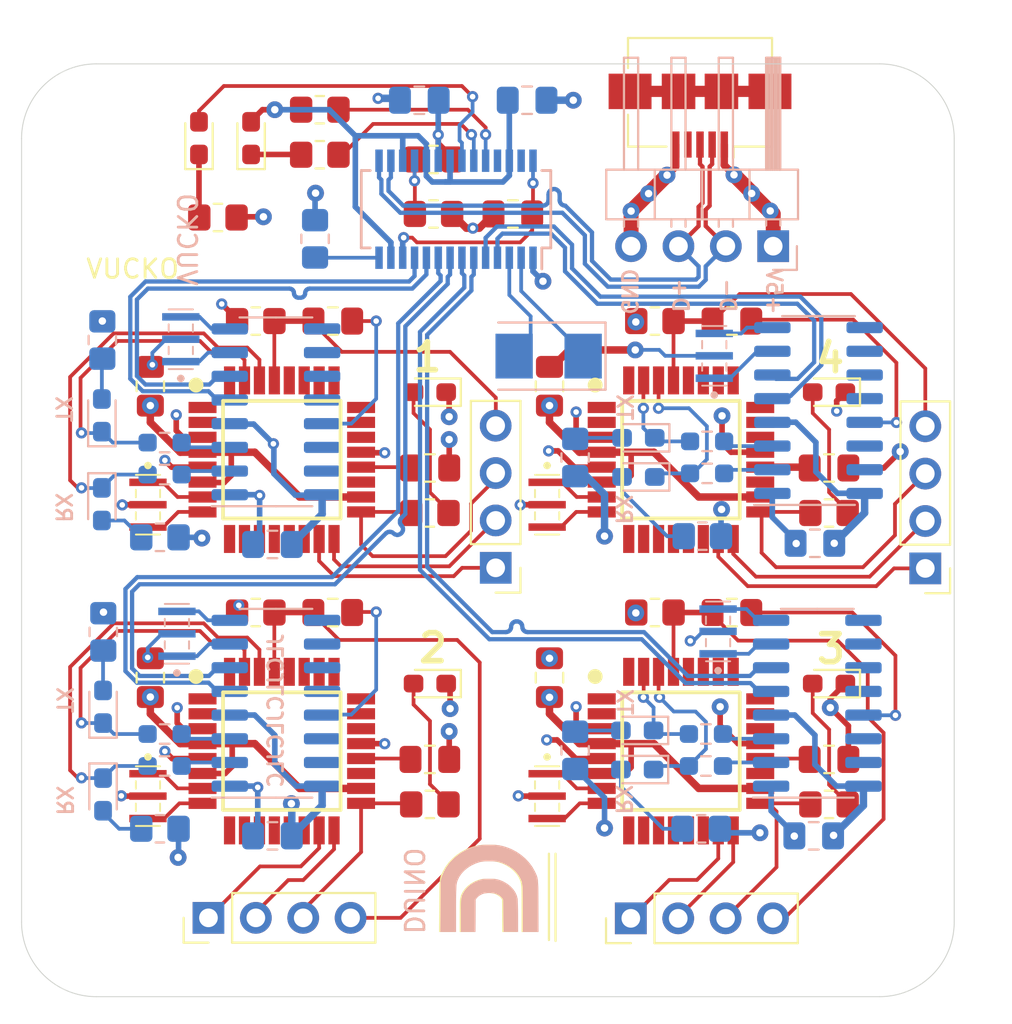
<source format=kicad_pcb>
(kicad_pcb (version 20211014) (generator pcbnew)
  (layers (0 "F.Cu" signal) (1 "In1.Cu" power) (2 "In2.Cu" power) (31 "B.Cu" signal) (34 "B.Paste" user) (35 "F.Paste" user) (36 "B.SilkS" user "B.Silkscreen") (37 "F.SilkS" user "F.Silkscreen") (38 "B.Mask" user) (39 "F.Mask" user) (44 "Edge.Cuts" user))
  (net 0 "")
  (net 57 "GND")
  (net 58 "Net-(D1-Pad2)")
  (net 59 "Net-(D2-Pad2)")
  (net 60 "Net-(D3-Pad2)")
  (net 61 "Net-(D4-Pad2)")
  (net 62 "Net-(D5-Pad2)")
  (net 63 "Net-(D6-Pad2)")
  (net 64 "Net-(D7-Pad2)")
  (net 65 "Net-(D8-Pad2)")
  (net 66 "Net-(D9-Pad2)")
  (net 67 "Net-(D10-Pad2)")
  (net 68 "+5V")
  (net 69 "Net-(D11-Pad2)")
  (net 70 "Net-(D12-Pad2)")
  (net 76 "Net-(U2-Pad7)")
  (net 85 "unconnected-(J1-Pad6)")
  (net 86 "Net-(IC4-Pad8)")
  (net 87 "Net-(IC4-Pad7)")
  (net 88 "Net-(IC1-Pad8)")
  (net 89 "Net-(IC1-Pad7)")
  (net 90 "Net-(IC2-Pad8)")
  (net 91 "Net-(IC2-Pad7)")
  (net 92 "Net-(IC3-Pad8)")
  (net 93 "Net-(IC3-Pad7)")
  (net 94 "Net-(U3-Pad8)")
  (net 95 "Net-(U3-Pad7)")
  (net 96 "Net-(C14-Pad1)")
  (net 97 "Net-(C15-Pad1)")
  (net 98 "Net-(C16-Pad1)")
  (net 99 "Net-(C17-Pad1)")
  (net 100 "Net-(D13-Pad1)")
  (net 101 "Net-(D17-Pad1)")
  (net 111 "Net-(R1-Pad2)")
  (net 112 "Net-(R2-Pad2)")
  (net 113 "Net-(R3-Pad2)")
  (net 114 "Net-(R4-Pad2)")
  (net 115 "Net-(R5-Pad1)")
  (net 116 "Net-(R6-Pad1)")
  (net 117 "Net-(R7-Pad1)")
  (net 118 "Net-(R8-Pad1)")
  (net 119 "Net-(R25-Pad2)")
  (net 120 "Net-(R27-Pad2)")
  (net 121 "Net-(R28-Pad2)")
  (net 122 "Net-(R29-Pad1)")
  (net 129 "Net-(U1-Pad8)")
  (net 130 "Net-(U1-Pad7)")
  (net 132 "Net-(U2-Pad8)")
  (net 140 "Net-(U4-Pad8)")
  (net 141 "Net-(U4-Pad7)")
  (net 144 "Net-(U5-Pad3)")
  (net 145 "Net-(U5-Pad2)")
  (net 146 "+3V3")
  (net 147 "Net-(D17-Pad2)")
  (net 148 "Net-(C19-Pad1)")
  (net 149 "/D1_N")
  (net 150 "/D1_P")
  (net 151 "/D4_N")
  (net 152 "/D4_P")
  (net 153 "/D2_N")
  (net 154 "/D2_P")
  (net 155 "/D3_N")
  (net 156 "/D3_P")
  (net 158 "/SS2")
  (net 159 "/DTR_2")
  (net 160 "/SS3")
  (net 161 "/DTR_3")
  (net 162 "/SS1")
  (net 163 "/DTR_1")
  (net 164 "/SS4")
  (net 165 "/DTR_4")
  (net 166 "/RXD_4")
  (net 167 "/TXD_4")
  (net 168 "/RXD_2")
  (net 169 "/TXD_2")
  (net 170 "/RXD_3")
  (net 171 "/TXD_3")
  (net 172 "/RXD_1")
  (net 173 "/TXD_1")
  (net 174 "/D-")
  (net 175 "/D+")
  (net 176 "/MOSI2")
  (net 177 "/MISO2")
  (net 178 "/SCK2")
  (net 179 "/MOSI3")
  (net 180 "/MISO3")
  (net 181 "/SCK3")
  (net 182 "/MOSI1")
  (net 183 "/MISO1")
  (net 184 "/SCK1")
  (net 185 "/MOSI4")
  (net 186 "/MISO4")
  (net 187 "/SCK4")
  (footprint "Capacitor_SMD:C_0805_2012Metric_Pad1.18x1.45mm_HandSolder" (layer "F.Cu") (at 166.6825 119.408 180)
    (fp_text reference "C6" hide)
    (fp_text value "0.1u")
  )
  (footprint "Capacitor_SMD:C_0805_2012Metric_Pad1.18x1.45mm_HandSolder" (layer "F.Cu") (at 188.082 119.408 180)
    (fp_text reference "C7" hide)
    (fp_text value "0.1u")
  )
  (footprint "Capacitor_SMD:C_0805_2012Metric_Pad1.18x1.45mm_HandSolder" (layer "F.Cu") (at 166.6875 103.787 180)
    (fp_text reference "C8" hide)
    (fp_text value "0.1u")
  )
  (footprint "Capacitor_SMD:C_0805_2012Metric_Pad1.18x1.45mm_HandSolder" (layer "F.Cu") (at 188.082 103.787 180)
    (fp_text reference "C9" hide)
    (fp_text value "0.1u")
  )
  (footprint "Capacitor_SMD:C_0805_2012Metric_Pad1.18x1.45mm_HandSolder" (layer "F.Cu") (at 156.9035 122.9005 90)
    (fp_text reference "C10" hide)
    (fp_text value "0.1u")
  )
  (footprint "Capacitor_SMD:C_0805_2012Metric_Pad1.18x1.45mm_HandSolder" (layer "F.Cu") (at 178.303 122.9005 90)
    (fp_text reference "C11" hide)
    (fp_text value "0.1u")
  )
  (footprint "Capacitor_SMD:C_0805_2012Metric_Pad1.18x1.45mm_HandSolder" (layer "F.Cu") (at 156.9035 107.2795 90)
    (fp_text reference "C12" hide)
    (fp_text value "0.1u")
  )
  (footprint "Capacitor_SMD:C_0805_2012Metric_Pad1.18x1.45mm_HandSolder" (layer "F.Cu") (at 178.303 107.2795 90)
    (fp_text reference "C13" hide)
    (fp_text value "0.1u")
  )
  (footprint "Capacitor_SMD:C_0805_2012Metric_Pad1.18x1.45mm_HandSolder" (layer "F.Cu") (at 171.8895 127.282)
    (fp_text reference "C14" hide)
    (fp_text value "0.1u")
  )
  (footprint "Capacitor_SMD:C_0805_2012Metric_Pad1.18x1.45mm_HandSolder" (layer "F.Cu") (at 193.289 127.282)
    (fp_text reference "C15" hide)
    (fp_text value "0.1u")
  )
  (footprint "Capacitor_SMD:C_0805_2012Metric_Pad1.18x1.45mm_HandSolder" (layer "F.Cu") (at 171.8895 111.661)
    (fp_text reference "C16" hide)
    (fp_text value "0.1u")
  )
  (footprint "Capacitor_SMD:C_0805_2012Metric_Pad1.18x1.45mm_HandSolder" (layer "F.Cu") (at 193.289 111.661)
    (fp_text reference "C17" hide)
    (fp_text value "0.1u")
  )
  (footprint "Capacitor_SMD:C_0805_2012Metric_Pad1.18x1.45mm_HandSolder" (layer "F.Cu") (at 176.3395 98.044 180)
    (fp_text reference "C19" hide)
    (fp_text value "10u")
  )
  (footprint "LED_SMD:LED_0603_1608Metric_Pad1.05x0.95mm_HandSolder" (layer "F.Cu") (at 171.8895 123.218 180)
    (fp_text reference "D9" hide)
    (fp_text value "red")
  )
  (footprint "LED_SMD:LED_0603_1608Metric_Pad1.05x0.95mm_HandSolder" (layer "F.Cu") (at 193.289 123.218 180)
    (fp_text reference "D10" hide)
    (fp_text value "red")
  )
  (footprint "LED_SMD:LED_0603_1608Metric_Pad1.05x0.95mm_HandSolder" (layer "F.Cu") (at 171.8895 107.597 180)
    (fp_text reference "D11" hide)
    (fp_text value "red")
  )
  (footprint "LED_SMD:LED_0603_1608Metric_Pad1.05x0.95mm_HandSolder" (layer "F.Cu") (at 193.289 107.597 180)
    (fp_text reference "D12" hide)
    (fp_text value "red")
  )
  (footprint "LED_SMD:LED_0603_1608Metric_Pad1.05x0.95mm_HandSolder" (layer "F.Cu") (at 162.306 93.98 90)
    (fp_text reference "D13" hide)
    (fp_text value "2")
  )
  (footprint "LED_SMD:LED_0603_1608Metric_Pad1.05x0.95mm_HandSolder" (layer "F.Cu") (at 159.512 93.98 90)
    (fp_text reference "D17" hide)
    (fp_text value "red")
  )
  (footprint "Vucko_Admin:QFP80P900X900X120-32N" (layer "F.Cu") (at 163.952 126.8375)
    (fp_text reference "IC1" hide)
    (fp_text value "ATMEGA328P-AU" hide)
  )
  (footprint "Vucko_Admin:QFP80P900X900X120-32N" (layer "F.Cu") (at 185.3515 126.8375)
    (fp_text reference "IC2" hide)
    (fp_text value "ATMEGA328P-AU" hide)
  )
  (footprint "Vucko_Admin:QFP80P900X900X120-32N" (layer "F.Cu") (at 185.3515 111.2165)
    (fp_text reference "IC4" hide)
    (fp_text value "ATMEGA328P-AU" hide)
  )
  (footprint "Connector_USB:USB_Micro-B_Amphenol_10104110_Horizontal" (layer "F.Cu") (at 186.3725 92.7735 180)
    (fp_text reference "J1" hide)
    (fp_text value "USB_Micro")
  )
  (footprint "Resistor_SMD:R_0805_2012Metric_Pad1.20x1.40mm_HandSolder" (layer "F.Cu") (at 162.555 119.408)
    (fp_text reference "R17" hide)
    (fp_text value "10k")
  )
  (footprint "Resistor_SMD:R_0805_2012Metric_Pad1.20x1.40mm_HandSolder" (layer "F.Cu") (at 183.9545 119.408)
    (fp_text reference "R18" hide)
    (fp_text value "10k")
  )
  (footprint "Resistor_SMD:R_0805_2012Metric_Pad1.20x1.40mm_HandSolder" (layer "F.Cu") (at 162.555 103.787)
    (fp_text reference "R19" hide)
    (fp_text value "10k")
  )
  (footprint "Resistor_SMD:R_0805_2012Metric_Pad1.20x1.40mm_HandSolder" (layer "F.Cu") (at 183.9545 103.787)
    (fp_text reference "R20" hide)
    (fp_text value "10k")
  )
  (footprint "Resistor_SMD:R_0805_2012Metric_Pad1.20x1.40mm_HandSolder" (layer "F.Cu") (at 171.8895 129.695 180)
    (fp_text reference "R21" hide)
    (fp_text value "1k")
  )
  (footprint "Resistor_SMD:R_0805_2012Metric_Pad1.20x1.40mm_HandSolder" (layer "F.Cu") (at 193.289 129.695 180)
    (fp_text reference "R22" hide)
    (fp_text value "1k")
  )
  (footprint "Resistor_SMD:R_0805_2012Metric_Pad1.20x1.40mm_HandSolder" (layer "F.Cu") (at 171.8895 114.074 180)
    (fp_text reference "R23" hide)
    (fp_text value "1k")
  )
  (footprint "Resistor_SMD:R_0805_2012Metric_Pad1.20x1.40mm_HandSolder" (layer "F.Cu") (at 193.289 114.074 180)
    (fp_text reference "R24" hide)
    (fp_text value "1k")
  )
  (footprint "Resistor_SMD:R_0805_2012Metric_Pad1.20x1.40mm_HandSolder" (layer "F.Cu") (at 172.085 95.123 180)
    (fp_text reference "R25" hide)
    (fp_text value "47k")
  )
  (footprint "Resistor_SMD:R_0805_2012Metric_Pad1.20x1.40mm_HandSolder" (layer "F.Cu") (at 172.085 98.044)
    (fp_text reference "R26" hide)
    (fp_text value "100k")
  )
  (footprint "Resistor_SMD:R_0805_2012Metric_Pad1.20x1.40mm_HandSolder" (layer "F.Cu") (at 165.989 94.869)
    (fp_text reference "R27" hide)
    (fp_text value "2.2k")
  )
  (footprint "Resistor_SMD:R_0805_2012Metric_Pad1.20x1.40mm_HandSolder" (layer "F.Cu") (at 165.989 92.456)
    (fp_text reference "R28" hide)
    (fp_text value "2.2k")
  )
  (footprint "Resistor_SMD:R_0805_2012Metric_Pad1.20x1.40mm_HandSolder" (layer "F.Cu") (at 160.528 98.2345)
    (fp_text reference "R30" hide)
    (fp_text value "1k")
  )
  (footprint "Vucko_Admin:CSTCE16M0V13C99R0" (layer "F.Cu") (at 156.7765 129.2505 -90)
    (fp_text reference "Y1" hide)
    (fp_text value "CSTCE16M0V13C99-R0" hide)
  )
  (footprint "Vucko_Admin:CSTCE16M0V13C99R0" (layer "F.Cu") (at 178.176 129.2505 -90)
    (fp_text reference "Y2" hide)
    (fp_text value "CSTCE16M0V13C99-R0" hide)
  )
  (footprint "Vucko_Admin:CSTCE16M0V13C99R0" (layer "F.Cu") (at 156.7765 113.6295 -90)
    (fp_text reference "Y3" hide)
    (fp_text value "CSTCE16M0V13C99-R0" hide)
  )
  (footprint "Vucko_Admin:CSTCE16M0V13C99R0" (layer "F.Cu") (at 178.176 113.6295 -90)
    (fp_text reference "Y4" hide)
    (fp_text value "CSTCE16M0V13C99-R0" hide)
  )
  (footprint "MountingHole:MountingHole_3.2mm_M3" (layer "F.Cu") (at 196.342 136.3345)
    (fp_text reference "H1" hide)
    (fp_text value "1")
  )
  (footprint "MountingHole:MountingHole_3.2mm_M3" (layer "F.Cu") (at 153.67 136.3345)
    (fp_text reference "H2" hide)
    (fp_text value "2")
  )
  (footprint "MountingHole:MountingHole_3.2mm_M3" (layer "F.Cu") (at 153.67 93.6625)
    (fp_text reference "H3" hide)
    (fp_text value "3")
  )
  (footprint "MountingHole:MountingHole_3.2mm_M3" (layer "F.Cu") (at 196.2785 93.6625)
    (fp_text reference "H4" hide)
    (fp_text value "4")
  )
  (footprint "Vucko_Admin:QFP80P900X900X120-32N" (layer "F.Cu") (at 163.952 111.2165)
    (fp_text reference "IC3" hide)
    (fp_text value "ATMEGA328P-AU" hide)
  )
  (footprint "Vucko_Admin_Logo:Duino" (layer "F.Cu") (at 175.05172 134.3914 90)
    (fp_text reference "L1" hide)
    (fp_text value "Duino" hide)
  )
  (footprint "Connector_PinHeader_2.54mm:PinHeader_1x04_P2.54mm_Vertical" (layer "F.Cu") (at 198.4502 117.0432 180)
    (fp_text reference "J2" hide)
    (fp_text value "Conn_01x04")
  )
  (footprint "Connector_PinHeader_2.54mm:PinHeader_1x04_P2.54mm_Vertical" (layer "F.Cu") (at 182.6641 135.8011 90)
    (fp_text reference "J3" hide)
    (fp_text value "Conn_01x04")
  )
  (footprint "Connector_PinHeader_2.54mm:PinHeader_1x04_P2.54mm_Vertical" (layer "F.Cu") (at 160.02 135.7757 90)
    (fp_text reference "J5" hide)
    (fp_text value "Conn_01x04")
  )
  (footprint "Connector_PinHeader_2.54mm:PinHeader_1x04_P2.54mm_Vertical" (layer "F.Cu") (at 175.41748 117.01272 180)
    (fp_text reference "J6" hide)
    (fp_text value "Conn_01x04")
  )
  (footprint "Capacitor_SMD:C_0805_2012Metric_Pad1.18x1.45mm_HandSolder" (layer "B.Cu") (at 192.532 115.697 180)
    (fp_text reference "C2" hide)
    (fp_text value "0.1u")
  )
  (footprint "Capacitor_SMD:C_0805_2012Metric_Pad1.18x1.45mm_HandSolder" (layer "B.Cu") (at 163.449 131.3815 180)
    (fp_text reference "C3" hide)
    (fp_text value "0.1u")
  )
  (footprint "Capacitor_SMD:C_0805_2012Metric_Pad1.18x1.45mm_HandSolder" (layer "B.Cu") (at 192.4685 131.3815 180)
    (fp_text reference "C4" hide)
    (fp_text value "0.1u")
  )
  (footprint "Capacitor_SMD:C_0805_2012Metric_Pad1.18x1.45mm_HandSolder" (layer "B.Cu") (at 163.449 115.7605 180)
    (fp_text reference "C5" hide)
    (fp_text value "0.1u")
  )
  (footprint "Capacitor_SMD:C_0805_2012Metric_Pad1.18x1.45mm_HandSolder" (layer "B.Cu") (at 177.1015 91.948)
    (fp_text reference "C21" hide)
    (fp_text value "10u")
  )
  (footprint "Capacitor_SMD:C_0805_2012Metric_Pad1.18x1.45mm_HandSolder" (layer "B.Cu") (at 171.323 91.948 180)
    (fp_text reference "C23" hide)
    (fp_text value "10u")
  )
  (footprint "LED_SMD:LED_0603_1608Metric_Pad1.05x0.95mm_HandSolder" (layer "B.Cu") (at 183.0705 112.141 180)
    (fp_text reference "D1" hide)
    (fp_text value "Blue")
  )
  (footprint "LED_SMD:LED_0603_1608Metric_Pad1.05x0.95mm_HandSolder" (layer "B.Cu") (at 183.0705 110.0455 180)
    (fp_text reference "D2" hide)
    (fp_text value "Blue")
  )
  (footprint "LED_SMD:LED_0603_1608Metric_Pad1.05x0.95mm_HandSolder" (layer "B.Cu") (at 154.3685 129.159 -90)
    (fp_text reference "D3" hide)
    (fp_text value "Blue")
  )
  (footprint "LED_SMD:LED_0603_1608Metric_Pad1.05x0.95mm_HandSolder" (layer "B.Cu") (at 154.3685 124.46 90)
    (fp_text reference "D4" hide)
    (fp_text value "Blue")
  )
  (footprint "LED_SMD:LED_0603_1608Metric_Pad1.05x0.95mm_HandSolder" (layer "B.Cu") (at 183.007 127.8255 180)
    (fp_text reference "D5" hide)
    (fp_text value "Blue")
  )
  (footprint "LED_SMD:LED_0603_1608Metric_Pad1.05x0.95mm_HandSolder" (layer "B.Cu") (at 183.007 125.73 180)
    (fp_text reference "D6" hide)
    (fp_text value "Blue")
  )
  (footprint "LED_SMD:LED_0603_1608Metric_Pad1.05x0.95mm_HandSolder" (layer "B.Cu") (at 154.305 113.6015 -90)
    (fp_text reference "D7" hide)
    (fp_text value "Blue")
  )
  (footprint "LED_SMD:LED_0603_1608Metric_Pad1.05x0.95mm_HandSolder" (layer "B.Cu") (at 154.305 108.839 90)
    (fp_text reference "D8" hide)
    (fp_text value "Blue")
  )
  (footprint "Resistor_SMD:R_0603_1608Metric_Pad0.98x0.95mm_HandSolder" (layer "B.Cu") (at 186.7535 111.9505)
    (fp_text reference "R1" hide)
    (fp_text value "1k")
  )
  (footprint "Resistor_SMD:R_0603_1608Metric_Pad0.98x0.95mm_HandSolder" (layer "B.Cu") (at 157.6705 127.635)
    (fp_text reference "R2" hide)
    (fp_text value "1k")
  )
  (footprint "Resistor_SMD:R_0603_1608Metric_Pad0.98x0.95mm_HandSolder" (layer "B.Cu") (at 186.69 127.635)
    (fp_text reference "R3" hide)
    (fp_text value "1k")
  )
  (footprint "Resistor_SMD:R_0603_1608Metric_Pad0.98x0.95mm_HandSolder" (layer "B.Cu") (at 157.6705 112.014)
    (fp_text reference "R4" hide)
    (fp_text value "1k")
  )
  (footprint "Resistor_SMD:R_0603_1608Metric_Pad0.98x0.95mm_HandSolder" (layer "B.Cu") (at 186.7535 110.236 180)
    (fp_text reference "R5" hide)
    (fp_text value "1k")
  )
  (footprint "Resistor_SMD:R_0603_1608Metric_Pad0.98x0.95mm_HandSolder" (layer "B.Cu") (at 157.6705 125.9205 180)
    (fp_text reference "R6" hide)
    (fp_text value "1k")
  )
  (footprint "Resistor_SMD:R_0603_1608Metric_Pad0.98x0.95mm_HandSolder" (layer "B.Cu") (at 186.69 125.9205 180)
    (fp_text reference "R7" hide)
    (fp_text value "1k")
  )
  (footprint "Resistor_SMD:R_0603_1608Metric_Pad0.98x0.95mm_HandSolder" (layer "B.Cu") (at 157.6705 110.2995 180)
    (fp_text reference "R8" hide)
    (fp_text value "1k")
  )
  (footprint "Resistor_SMD:R_0805_2012Metric_Pad1.20x1.40mm_HandSolder" (layer "B.Cu") (at 186.4995 115.316 180)
    (fp_text reference "R9" hide)
    (fp_text value "1k")
  )
  (footprint "Resistor_SMD:R_0805_2012Metric_Pad1.20x1.40mm_HandSolder" (layer "B.Cu") (at 179.6796 111.0996 90)
    (fp_text reference "R10" hide)
    (fp_text value "1k")
  )
  (footprint "Resistor_SMD:R_0805_2012Metric_Pad1.20x1.40mm_HandSolder" (layer "B.Cu") (at 157.4165 131.0005 180)
    (fp_text reference "R11" hide)
    (fp_text value "1k")
  )
  (footprint "Resistor_SMD:R_0805_2012Metric_Pad1.20x1.40mm_HandSolder" (layer "B.Cu") (at 154.3812 120.4468 -90)
    (fp_text reference "R12" hide)
    (fp_text value "1k")
  )
  (footprint "Resistor_SMD:R_0805_2012Metric_Pad1.20x1.40mm_HandSolder" (layer "B.Cu") (at 186.436 131.0005 180)
    (fp_text reference "R13" hide)
    (fp_text value "1k")
  )
  (footprint "Resistor_SMD:R_0805_2012Metric_Pad1.20x1.40mm_HandSolder" (layer "B.Cu") (at 179.6796 126.7968 90)
    (fp_text reference "R14" hide)
    (fp_text value "1k")
  )
  (footprint "Resistor_SMD:R_0805_2012Metric_Pad1.20x1.40mm_HandSolder" (layer "B.Cu") (at 157.4165 115.3795 180)
    (fp_text reference "R15" hide)
    (fp_text value "1k")
  )
  (footprint "Resistor_SMD:R_0805_2012Metric_Pad1.20x1.40mm_HandSolder" (layer "B.Cu") (at 154.3304 104.8004 -90)
    (fp_text reference "R16" hide)
    (fp_text value "1k")
  )
  (footprint "Resistor_SMD:R_0805_2012Metric_Pad1.20x1.40mm_HandSolder" (layer "B.Cu") (at 165.735 99.3775 90)
    (fp_text reference "R29" hide)
    (fp_text value "2.7k")
  )
  (footprint "Connector_PinHeader_2.54mm:PinHeader_1x04_P2.54mm_Horizontal" (layer "B.Cu") (at 190.2968 99.7712 90)
    (fp_text reference "J4" hide)
    (fp_text value "SS_PG")
  )
  (footprint "Package_SO:SSOP-28_3.9x9.9mm_P0.635mm" (layer "B.Cu") (at 173.2915 97.79 90)
    (fp_text reference "U5" hide)
    (fp_text value "FE1.1s")
  )
  (footprint "Crystal:Crystal_SMD_5032-2Pin_5.0x3.2mm" (layer "B.Cu") (at 178.2572 105.664 180)
    (fp_text reference "Y5" hide)
    (fp_text value "12MHz")
  )
  (footprint "Vucko_Admin_Logo:Duino" (layer "B.Cu") (at 175.05172 134.3914 90)
    (fp_text reference "L2" hide)
    (fp_text value "Duino" hide)
  )
  (footprint "Package_SO:SOIC-16_3.9x9.9mm_P1.27mm" (layer "B.Cu") (at 192.72504 108.57992)
    (fp_text reference "U1" hide)
    (fp_text value "CH340G")
  )
  (footprint "Package_SO:SOIC-16_3.9x9.9mm_P1.27mm" (layer "B.Cu") (at 163.63696 124.27204)
    (fp_text reference "U2" hide)
    (fp_text value "CH340G")
  )
  (footprint "Package_SO:SOIC-16_3.9x9.9mm_P1.27mm" (layer "B.Cu") (at 192.659 124.27204)
    (fp_text reference "U3" hide)
    (fp_text value "CH340G")
  )
  (footprint "Package_SO:SOIC-16_3.9x9.9mm_P1.27mm" (layer "B.Cu") (at 163.63696 108.65104)
    (fp_text reference "U4" hide)
    (fp_text value "CH340G")
  )
  (footprint "Vucko_Admin:CSTCE16M0V13C99R0" (layer "B.Cu") (at 158.53664 104.75976 90)
    (fp_text reference "Y6" hide)
    (fp_text value "CSTCE12M" hide)
  )
  (footprint "Vucko_Admin:CSTCE16M0V13C99R0" (layer "B.Cu") (at 158.32836 120.5484 90)
    (fp_text reference "Y7" hide)
    (fp_text value "CSTCE12M" hide)
  )
  (footprint "Vucko_Admin:CSTCE16M0V13C99R0" (layer "B.Cu") (at 187.34024 120.4214 90)
    (fp_text reference "Y9" hide)
    (fp_text value "CSTCE12M" hide)
  )
  (footprint "Vucko_Admin:CSTCE16M0V13C99R0" (layer "B.Cu") (at 187.13704 105.64876 90)
    (fp_text reference "Y8" hide)
    (fp_text value "CSTCE12M" hide)
  )
  (gr_line (start 178.62804 137.01268) (end 178.62804 132.33908) (layer "F.SilkS") (width 0.12))
  (gr_line (start 178.27244 136.96188) (end 178.27244 132.33908) (layer "F.SilkS") (width 0.12))
  (gr_line (start 196 90) (end 154 90) (layer "Edge.Cuts") (width 0.05))
  (gr_arc (start 196 90) (mid 198.828427 91.171573) (end 200 94) (layer "Edge.Cuts") (width 0.05))
  (gr_arc (start 150 94) (mid 151.171573 91.171573) (end 154 90) (layer "Edge.Cuts") (width 0.05))
  (gr_line (start 200 136) (end 200 94) (layer "Edge.Cuts") (width 0.05))
  (gr_arc (start 154 140) (mid 151.171573 138.828427) (end 150 136) (layer "Edge.Cuts") (width 0.05))
  (gr_line (start 154 140) (end 196 140) (layer "Edge.Cuts") (width 0.05))
  (gr_arc (start 200 136) (mid 198.828427 138.828427) (end 196 140) (layer "Edge.Cuts") (width 0.05))
  (gr_line (start 150 94) (end 150 136) (layer "Edge.Cuts") (width 0.05))
  (gr_text "RX" (at 182.2704 129.4384 270) (layer "B.SilkS") (effects (font (size 0.8 0.8)) (justify mirror)))
  (gr_text "TX" (at 182.3212 124.206 270) (layer "B.SilkS") (effects (font (size 0.8 0.8)) (justify mirror)))
  (gr_text "TX" (at 152.2476 108.5088 270) (layer "B.SilkS") (effects (font (size 0.8 0.8)) (justify mirror)))
  (gr_text "RX" (at 152.2476 113.792 270) (layer "B.SilkS") (effects (font (size 0.8 0.8)) (justify mirror)))
  (gr_text "TX" (at 182.3212 108.4072 270) (layer "B.SilkS") (effects (font (size 0.8 0.8)) (justify mirror)))
  (gr_text "TX" (at 152.2984 124.1044 270) (layer "B.SilkS") (effects (font (size 0.8 0.8)) (justify mirror)))
  (gr_text "D-" (at 187.8584 102.4128 270) (layer "B.SilkS") (effects (font (size 0.8 0.8)) (justify mirror)))
  (gr_text "JLCJLCJLCJLC" (at 163.6268 124.6632 90) (layer "B.SilkS") (effects (font (size 0.8 0.8)) (justify mirror)))
  (gr_text "RX" (at 182.2704 113.8936 270) (layer "B.SilkS") (effects (font (size 0.8 0.8)) (justify mirror)))
  (gr_text "DUINO" (at 171.02328 134.33044 270) (layer "B.SilkS") (effects (font (size 1 1)) (justify mirror)))
  (gr_text "D+" (at 185.3184 102.4128 270) (layer "B.SilkS") (effects (font (size 0.8 0.8)) (justify mirror)))
  (gr_text "VUCKO" (at 158.8516 99.4156 270) (layer "B.SilkS") (effects (font (size 1 1)) (justify mirror)))
  (gr_text "GND" (at 182.5752 102.2096 270) (layer "B.SilkS") (effects (font (size 0.8 0.8)) (justify mirror)))
  (gr_text "+5V" (at 190.35 102.2 270) (layer "B.SilkS") (effects (font (size 0.8 0.8)) (justify mirror)))
  (gr_text "RX" (at 152.2984 129.4892 270) (layer "B.SilkS") (effects (font (size 0.8 0.8)) (justify mirror)))
  (gr_text "VUCKO" (at 155.956 100.9904) (layer "F.SilkS") (effects (font (size 1 1))))
  (gr_text "3" (at 193.3956 121.3612) (layer "F.SilkS") (effects (font (size 1.5 1.5) (thickness 0.3))))
  (gr_text "1" (at 171.7548 105.7148) (layer "F.SilkS") (effects (font (size 1.5 1.5) (thickness 0.3))))
  (gr_text "4" (at 193.3448 105.7656) (layer "F.SilkS") (effects (font (size 1.5 1.5) (thickness 0.3))))
  (gr_text "2" (at 172.0596 121.3104) (layer "F.SilkS") (effects (font (size 1.5 1.5) (thickness 0.3))))
  (segment (start 182.6768 97.8916) (end 182.6768 99.7712) (width 0.8) (layer "F.Cu") (net 57))
  (segment (start 183.6166 96.9518) (end 182.6768 97.8916) (width 0.8) (layer "F.Cu") (net 57))
  (segment (start 184.6072 95.9612) (end 183.6166 96.9518) (width 0.8) (layer "F.Cu") (net 57))
  (segment (start 172.927 127.282) (end 172.927 125.7846) (width 0.3) (layer "F.Cu") (net 57))
  (segment (start 158.2928 108.8136) (end 158.2928 109.6573) (width 0.3) (layer "F.Cu") (net 57))
  (segment (start 180.0515 110.0165) (end 179.7304 109.6954) (width 0.3) (layer "F.Cu") (net 57))
  (segment (start 173.847 98.806) (end 173.085 98.044) (width 0.4) (layer "F.Cu") (net 57))
  (segment (start 172.9232 108.9152) (end 172.9232 107.7557) (width 0.3) (layer "F.Cu") (net 57))
  (segment (start 194.3265 127.282) (end 194.3265 125.4798) (width 0.3) (layer "F.Cu") (net 57))
  (segment (start 158.0477 111.6165) (end 157.6832 111.252) (width 0.3) (layer "F.Cu") (net 57))
  (segment (start 181.1015 125.6375) (end 180.0515 125.6375) (width 0.3) (layer "F.Cu") (net 57))
  (segment (start 185.0725 95.4959) (end 184.6072 95.9612) (width 0.4) (layer "F.Cu") (net 57))
  (segment (start 176.7433 113.6295) (end 176.7332 113.6396) (width 0.3) (layer "F.Cu") (net 57))
  (segment (start 158.2928 109.6573) (end 158.652 110.0165) (width 0.3) (layer "F.Cu") (net 57))
  (segment (start 158.0731 127.2375) (end 157.6832 126.8476) (width 0.3) (layer "F.Cu") (net 57))
  (segment (start 194.3265 111.661) (end 196.2251 111.661) (width 0.3) (layer "F.Cu") (net 57))
  (segment (start 172.927 110.1382) (end 172.9232 110.1344) (width 0.3) (layer "F.Cu") (net 57))
  (segment (start 194.3493 127.3048) (end 194.3265 127.282) (width 0.3) (layer "F.Cu") (net 57))
  (segment (start 174.54 98.806) (end 175.302 98.044) (width 0.4) (layer "F.Cu") (net 57))
  (segment (start 193.7004 108.6104) (end 193.7004 108.0606) (width 0.3) (layer "F.Cu") (net 57))
  (segment (start 181.1015 111.6165) (end 179.6377 111.6165) (width 0.3) (layer "F.Cu") (net 57))
  (segment (start 194.164 123.218) (end 193.3575 124.0245) (width 0.3) (layer "F.Cu") (net 57))
  (segment (start 174.1932 98.806) (end 174.54 98.806) (width 0.4) (layer "F.Cu") (net 57))
  (segment (start 172.927 125.7846) (end 172.9232 125.7808) (width 0.3) (layer "F.Cu") (net 57))
  (segment (start 172.974 124.5616) (end 172.974 123.4275) (width 0.3) (layer "F.Cu") (net 57))
  (segment (start 193.3575 124.0245) (end 193.3575 124.5108) (width 0.3) (layer "F.Cu") (net 57))
  (segment (start 158.3436 125.3291) (end 158.652 125.6375) (width 0.3) (layer "F.Cu") (net 57))
  (segment (start 182.6768 97.8916) (end 182.6768 97.8916) (width 0.4) (layer "F.Cu") (net 57))
  (segment (start 179.35956 105.3338) (end 182.90032 105.3338) (width 0.4) (layer "F.Cu") (net 57))
  (segment (start 169.4688 110.8456) (end 168.2311 110.8456) (width 0.3) (layer "F.Cu") (net 57))
  (segment (start 176.6469 129.2505) (end 176.6316 129.2352) (width 0.3) (layer "F.Cu") (net 57))
  (segment (start 179.6377 111.6165) (end 178.7652 110.744) (width 0.3) (layer "F.Cu") (net 57))
  (segment (start 172.9232 107.7557) (end 172.7645 107.597) (width 0.3) (layer "F.Cu") (net 57))
  (segment (start 178.45136 106.242) (end 179.35956 105.3338) (width 0.4) (layer "F.Cu") (net 57))
  (segment (start 180.0515 125.6375) (end 179.7304 125.3164) (width 0.3) (layer "F.Cu") (net 57))
  (segment (start 181.1015 127.2375) (end 179.7139 127.2375) (width 0.3) (layer "F.Cu") (net 57))
  (segment (start 179.7139 127.2375) (end 178.7144 126.238) (width 0.3) (layer "F.Cu") (net 57))
  (segment (start 178.7652 110.744) (end 178.2572 110.744) (width 0.3) (layer "F.Cu") (net 57))
  (segment (start 185.0725 94.3235) (end 185.0725 95.4959) (width 0.4) (layer "F.Cu") (net 57))
  (segment (start 161.5661 98.1964) (end 161.528 98.2345) (width 0.3) (layer "F.Cu") (net 57))
  (segment (start 172.974 123.4275) (end 172.7645 123.218) (width 0.3) (layer "F.Cu") (net 57))
  (segment (start 155.3617 129.2505) (end 155.3464 129.2352) (width 0.3) (layer "F.Cu") (net 57))
  (segment (start 158.652 125.6375) (end 159.702 125.6375) (width 0.3) (layer "F.Cu") (net 57))
  (segment (start 168.202 126.4375) (end 169.4651 126.4375) (width 0.3) (layer "F.Cu") (net 57))
  (segment (start 178.7144 126.238) (end 178.1556 126.238) (width 0.3) (layer "F.Cu") (net 57))
  (segment (start 155.4073 113.6295) (end 155.3972 113.6396) (width 0.3) (layer "F.Cu") (net 57))
  (segment (start 162.9664 98.1964) (end 161.5661 98.1964) (width 0.3) (layer "F.Cu") (net 57))
  (segment (start 174.1932 98.806) (end 173.847 98.806) (width 0.4) (layer "F.Cu") (net 57))
  (segment (start 178.176 129.2505) (end 176.6469 129.2505) (width 0.3) (layer "F.Cu") (net 57))
  (segment (start 168.2311 110.8456) (end 168.202 110.8165) (width 0.3) (layer "F.Cu") (net 57))
  (segment (start 178.303 121.863) (end 178.303 121.863028) (width 0.3) (layer "F.Cu") (net 57))
  (segment (start 172.927 111.661) (end 172.927 110.1382) (width 0.3) (layer "F.Cu") (net 57))
  (segment (start 187.5536 110.3376) (end 187.5536 108.8644) (width 0.3) (layer "F.Cu") (net 57))
  (segment (start 178.176 113.6295) (end 176.7433 113.6295) (width 0.3) (layer "F.Cu") (net 57))
  (segment (start 187.452 125.476) (end 188.4135 126.4375) (width 0.3) (layer "F.Cu") (net 57))
  (segment (start 169.4651 126.4375) (end 169.4688 126.4412) (width 0.3) (layer "F.Cu") (net 57))
  (segment (start 158.3436 124.5108) (end 158.3436 125.3291) (width 0.3) (layer "F.Cu") (net 57))
  (segment (start 156.7765 113.6295) (end 155.4073 113.6295) (width 0.3) (layer "F.Cu") (net 57))
  (segment (start 194.3265 125.4798) (end 193.3575 124.5108) (width 0.3) (layer "F.Cu") (net 57))
  (segment (start 181.1015 110.0165) (end 180.0515 110.0165) (width 0.3) (layer "F.Cu") (net 57))
  (segment (start 188.4135 126.4375) (end 189.6015 126.4375) (width 0.3) (layer "F.Cu") (net 57))
  (segment (start 196.2251 111.661) (end 197.104 110.7821) (width 0.3) (layer "F.Cu") (net 57))
  (segment (start 179.7304 109.6954) (end 179.7304 108.6612) (width 0.3) (layer "F.Cu") (net 57))
  (segment (start 188.0325 110.8165) (end 187.5536 110.3376) (width 0.3) (layer "F.Cu") (net 57))
  (segment (start 159.702 127.2375) (end 158.0731 127.2375) (width 0.3) (layer "F.Cu") (net 57))
  (segment (start 158.652 110.0165) (end 159.702 110.0165) (width 0.3) (layer "F.Cu") (net 57))
  (segment (start 189.6015 110.8165) (end 188.0325 110.8165) (width 0.3) (layer "F.Cu") (net 57))
  (segment (start 156.7765 129.2505) (end 155.3617 129.2505) (width 0.3) (layer "F.Cu") (net 57))
  (segment (start 185.0604 94.3356) (end 185.0725 94.3235) (width 0.4) (layer "F.Cu") (net 57))
  (segment (start 159.702 111.6165) (end 158.0477 111.6165) (width 0.3) (layer "F.Cu") (net 57))
  (segment (start 193.7004 108.0606) (end 194.164 107.597) (width 0.3) (layer "F.Cu") (net 57))
  (segment (start 178.303 106.242) (end 178.45136 106.242) (width 0.4) (layer "F.Cu") (net 57))
  (segment (start 179.7304 125.3164) (end 179.7304 124.46) (width 0.3) (layer "F.Cu") (net 57))
  (segment (start 187.452 124.46) (end 187.452 125.476) (width 0.3) (layer "F.Cu") (net 57))
  (via (at 165.7604 96.9264) (size 0.9) (drill 0.4) (layers "F.Cu" "B.Cu") (net 57))
  (via (at 156.76372 121.81332) (size 0.6) (drill 0.3) (layers "F.Cu" "B.Cu") (net 57))
  (via (at 193.3575 124.5108) (size 0.9) (drill 0.4) (layers "F.Cu" "B.Cu") (net 57))
  (via (at 176.7332 113.6396) (size 0.6) (drill 0.3) (layers "F.Cu" "B.Cu") (net 57))
  (via (at 172.9232 125.7808) (size 0.9) (drill 0.4) (layers "F.Cu" "B.Cu") (net 57))
  (via (at 174.1932 98.806) (size 0.6) (drill 0.3) (layers "F.Cu" "B.Cu") (net 57))
  (via (at 158.2928 108.8136) (size 0.6) (drill 0.3) (layers "F.Cu" "B.Cu") (net 57))
  (via (at 172.9232 110.1344) (size 0.9) (drill 0.4) (layers "F.Cu" "B.Cu") (net 57))
  (via (at 197.104 110.7821) (size 0.9) (drill 0.4) (layers "F.Cu" "B.Cu") (net 57))
  (via (at 155.3464 129.2352) (size 0.6) (drill 0.3) (layers "F.Cu" "B.Cu") (net 57))
  (via (at 157.6832 111.252) (size 0.6) (drill 0.3) (layers "F.Cu" "B.Cu") (net 57))
  (via (at 157.01264 106.12628) (size 0.6) (drill 0.3) (layers "F.Cu" "B.Cu") (net 57))
  (via (at 178.1556 126.238) (size 0.6) (drill 0.3) (layers "F.Cu" "B.Cu") (net 57))
  (via (at 187.5536 108.8644) (size 0.9) (drill 0.4) (layers "F.Cu" "B.Cu") (net 57))
  (via (at 183.6166 96.9518) (size 0.9) (drill 0.4) (layers "F.Cu" "B.Cu") (net 57))
  (via (at 179.7304 108.6612) (size 0.6) (drill 0.3) (layers "F.Cu" "B.Cu") (net 57))
  (via (at 169.1132 91.8464) (size 0.6) (drill 0.3) (layers "F.Cu" "B.Cu") (net 57))
  (via (at 193.7004 108.6104) (size 0.6) (drill 0.3) (layers "F.Cu" "B.Cu") (net 57))
  (via (at 179.7304 124.46) (size 0.6) (drill 0.3) (layers "F.Cu" "B.Cu") (net 57))
  (via (at 187.452 124.46) (size 0.9) (drill 0.4) (layers "F.Cu" "B.Cu") (net 57))
  (via (at 176.6316 129.2352) (size 0.6) (drill 0.3) (layers "F.Cu" "B.Cu") (net 57))
  (via (at 185.8518 120.9294) (size 0.6) (drill 0.3) (layers "F.Cu" "B.Cu") (net 57))
  (via (at 179.578 91.948) (size 0.9) (drill 0.4) (layers "F.Cu" "B.Cu") (net 57))
  (via (at 178.303 121.863028) (size 0.9) (drill 0.4) (layers "F.Cu" "B.Cu") (net 57))
  (via (at 172.9232 108.9152) (size 0.9) (drill 0.4) (layers "F.Cu" "B.Cu") (net 57))
  (via (at 182.90032 105.3338) (size 0.9) (drill 0.4) (layers "F.Cu" "B.Cu") (net 57))
  (via (at 162.6616 128.778) (size 0.6) (drill 0.3) (layers "F.Cu" "B.Cu") (net 57))
  (via (at 158.3436 124.5108) (size 0.6) (drill 0.3) (layers "F.Cu" "B.Cu") (net 57))
  (via (at 157.6832 126.8476) (size 0.6) (drill 0.3) (layers "F.Cu" "B.Cu") (net 57))
  (via (at 155.3972 113.6396) (size 0.6) (drill 0.3) (layers "F.Cu" "B.Cu") (net 57))
  (via (at 184.6072 95.9612) (size 0.9) (drill 0.4) (layers "F.Cu" "B.Cu") (net 57))
  (via (at 172.974 124.5616) (size 0.9) (drill 0.4) (layers "F.Cu" "B.Cu") (net 57))
  (via (at 191.427102 131.3942) (size 0.9) (drill 0.4) (layers "F.Cu" "B.Cu") (net 57))
  (via (at 177.9524 101.6508) (size 0.9) (drill 0.4) (layers "F.Cu" "B.Cu") (net 57))
  (via (at 182.6768 97.8916) (size 0.9) (drill 0.4) (layers "F.Cu" "B.Cu") (net 57))
  (via (at 178.2572 110.744) (size 0.6) (drill 0.3) (layers "F.Cu" "B.Cu") (net 57))
  (via (at 162.9664 98.1964) (size 0.9) (drill 0.4) (layers "F.Cu" "B.Cu") (net 57))
  (via (at 169.4688 126.4412) (size 0.6) (drill 0.3) (layers "F.Cu" "B.Cu") (net 57))
  (via (at 191.5287 115.7097) (size 0.9) (drill 0.4) (layers "F.Cu" "B.Cu") (net 57))
  (via (at 162.7632 113.1316) (size 0.6) (drill 0.3) (layers "F.Cu" "B.Cu") (net 57))
  (via (at 169.4688 110.8456) (size 0.6) (drill 0.3) (layers "F.Cu" "B.Cu") (net 57))
  (segment (start 190.184 130.0368) (end 191.431 131.2838) (width 0.3) (layer "B.Cu") (net 57))
  (segment (start 182.9054 105.32872) (end 182.90032 105.3338) (width 0.2) (layer "B.Cu") (net 57))
  (segment (start 177.419 100.39) (end 177.419 101.1174) (width 0.3) (layer "B.Cu") (net 57))
  (segment (start 186.53252 120.4214) (end 186.02452 120.9294) (width 0.2) (layer "B.Cu") (net 57))
  (segment (start 156.76372 121.3104) (end 157.52572 120.5484) (width 0.2) (layer "B.Cu") (net 57))
  (segment (start 191.431 131.2838) (end 191.431 131.3815) (width 0.3) (layer "B.Cu") (net 57))
  (segment (start 184.5056 105.64876) (end 184.18556 105.32872) (width 0.2) (layer "B.Cu") (net 57))
  (segment (start 162.7632 115.4088) (end 162.4115 115.7605) (width 0.3) (layer "B.Cu") (net 57))
  (segment (start 184.18556 105.32872) (end 182.9054 105.32872) (width 0.2) (layer "B.Cu") (net 57))
  (segment (start 165.735 96.9518) (end 165.7604 96.9264) (width 0.3) (layer "B.Cu") (net 57))
  (segment (start 177.419 101.1174) (end 177.9524 101.6508) (width 0.3) (layer "B.Cu") (net 57))
  (segment (start 165.735 98.3775) (end 165.735 96.9518) (width 0.3) (layer "B.Cu") (net 57))
  (segment (start 162.4115 131.3815) (end 162.6616 131.1314) (width 0.3) (layer "B.Cu") (net 57))
  (segment (start 157.01264 105.4862) (end 157.01264 106.12628) (width 0.2) (layer "B.Cu") (net 57))
  (segment (start 161.1645 113.0935) (end 162.7251 113.0935) (width 0.3) (layer "B.Cu") (net 57))
  (segment (start 191.427102 131.385398) (end 191.427102 131.3942) (width 0.3) (layer "B.Cu") (net 57))
  (segment (start 157.73908 104.75976) (end 157.01264 105.4862) (width 0.2) (layer "B.Cu") (net 57))
  (segment (start 162.7251 113.0935) (end 162.7632 113.1316) (width 0.3) (layer "B.Cu") (net 57))
  (segment (start 187.34024 120.4214) (end 186.53252 120.4214) (width 0.2) (layer "B.Cu") (net 57))
  (segment (start 191.431 131.3815) (end 191.427102 131.385398) (width 0.3) (layer "B.Cu") (net 57))
  (segment (start 178.139 91.948) (end 179.578 91.948) (width 0.4) (layer "B.Cu") (net 57))
  (segment (start 162.5981 128.7145) (end 162.6616 128.778) (width 0.3) (layer "B.Cu") (net 57))
  (segment (start 191.4945 115.5485) (end 191.4945 115.697) (width 0.3) (layer "B.Cu") (net 57))
  (segment (start 190.184 128.7145) (end 190.184 130.0368) (width 0.3) (layer "B.Cu") (net 57))
  (segment (start 158.53664 104.75976) (end 157.73908 104.75976) (width 0.2) (layer "B.Cu") (net 57))
  (segment (start 169.1132 91.8464) (end 170.1839 91.8464) (width 0.4) (layer "B.Cu") (net 57))
  (segment (start 191.4945 115.697) (end 191.5072 115.7097) (width 0.3) (layer "B.Cu") (net 57))
  (segment (start 186.02452 120.9294) (end 185.8518 120.9294) (width 0.2) (layer "B.Cu") (net 57))
  (segment (start 190.2475 114.3015) (end 191.4945 115.5485) (width 0.3) (layer "B.Cu") (net 57))
  (segment (start 161.1645 128.7145) (end 162.5981 128.7145) (width 0.3) (layer "B.Cu") (net 57))
  (segment (start 157.52572 120.5484) (end 158.32836 120.5484) (width 0.2) (layer "B.Cu") (net 57))
  (segment (start 156.76372 121.81332) (end 156.76372 121.3104) (width 0.2) (layer "B.Cu") (net 57))
  (segment (start 191.5072 115.7097) (end 191.5287 115.7097) (width 0.3) (layer "B.Cu") (net 57))
  (segment (start 162.6616 131.1314) (end 162.6616 128.778) (width 0.3) (layer "B.Cu") (net 57))
  (segment (start 162.7632 113.1316) (end 162.7632 115.4088) (width 0.3) (layer "B.Cu") (net 57))
  (segment (start 190.2475 113.03) (end 190.2475 114.3015) (width 0.3) (layer "B.Cu") (net 57))
  (segment (start 170.1839 91.8464) (end 170.2855 91.948) (width 0.4) (layer "B.Cu") (net 57))
  (segment (start 187.13704 105.64876) (end 184.5056 105.64876) (width 0.2) (layer "B.Cu") (net 57))
  (segment (start 182.1955 112.9043) (end 182.1955 112.141) (width 0.2) (layer "B.Cu") (net 58))
  (segment (start 184.6072 115.316) (end 182.1955 112.9043) (width 0.2) (layer "B.Cu") (net 58))
  (segment (start 185.4995 115.316) (end 184.6072 115.316) (width 0.2) (layer "B.Cu") (net 58))
  (segment (start 182.1955 110.0455) (end 179.7337 110.0455) (width 0.2) (layer "B.Cu") (net 59))
  (segment (start 179.7337 110.0455) (end 179.6796 110.0996) (width 0.2) (layer "B.Cu") (net 59))
  (segment (start 155.2321 131.0005) (end 156.4165 131.0005) (width 0.2) (layer "B.Cu") (net 60))
  (segment (start 154.3685 130.034) (end 154.3685 130.1369) (width 0.2) (layer "B.Cu") (net 60))
  (segment (start 154.3685 130.1369) (end 155.2321 131.0005) (width 0.2) (layer "B.Cu") (net 60))
  (segment (start 154.3685 123.585) (end 154.3685 121.4595) (width 0.2) (layer "B.Cu") (net 61))
  (segment (start 154.3685 121.4595) (end 154.3812 121.4468) (width 0.2) (layer "B.Cu") (net 61))
  (segment (start 185.436 131.0005) (end 184.3913 131.0005) (width 0.2) (layer "B.Cu") (net 62))
  (segment (start 182.132 128.7412) (end 182.132 127.8255) (width 0.2) (layer "B.Cu") (net 62))
  (segment (start 184.3913 131.0005) (end 182.132 128.7412) (width 0.2) (layer "B.Cu") (net 62))
  (segment (start 182.132 125.73) (end 179.7464 125.73) (width 0.2) (layer "B.Cu") (net 63))
  (segment (start 179.7464 125.73) (end 179.6796 125.7968) (width 0.2) (layer "B.Cu") (net 63))
  (segment (start 154.305 114.4765) (end 155.5135 114.4765) (width 0.2) (layer "B.Cu") (net 64))
  (segment (start 155.5135 114.4765) (end 156.4165 115.3795) (width 0.2) (layer "B.Cu") (net 64))
  (segment (start 154.305 107.964) (end 154.305 105.8258) (width 0.2) (layer "B.Cu") (net 65))
  (segment (start 154.305 105.8258) (end 154.3304 105.8004) (width 0.2) (layer "B.Cu") (net 65))
  (segment (start 172.8895 129.607) (end 172.8895 129.695) (width 0.2) (layer "F.Cu") (net 66))
  (segment (start 171.8945 125.222) (end 171.8945 128.612) (width 0.2) (layer "F.Cu") (net 66))
  (segment (start 171.8945 128.612) (end 172.8895 129.607) (width 0.2) (layer "F.Cu") (net 66))
  (segment (start 171.0145 124.342) (end 171.8945 125.222) (width 0.2) (layer "F.Cu") (net 66))
  (segment (start 171.0145 123.218) (end 171.0145 124.342) (width 0.2) (layer "F.Cu") (net 66))
  (segment (start 193.294 128.64375) (end 194.289 129.63875) (width 0.2) (layer "F.Cu") (net 67))
  (segment (start 192.414 123.218) (end 192.414 124.7992) (width 0.2) (layer "F.Cu") (net 67))
  (segment (start 194.289 129.63875) (end 194.289 129.695) (width 0.2) (layer "F.Cu") (net 67))
  (segment (start 193.294 125.6792) (end 193.294 128.64375) (width 0.2) (layer "F.Cu") (net 67))
  (segment (start 192.414 124.7992) (end 193.294 125.6792) (width 0.2) (layer "F.Cu") (net 67))
  (segment (start 182.2997 112.4419) (end 182.6805 112.0611) (width 0.3) (layer "F.Cu") (net 68))
  (segment (start 182.6805 112.0611) (end 182.6805 110.8419) (width 0.3) (layer "F.Cu") (net 68))
  (segment (start 181.0888 112.4419) (end 182.2997 112.4419) (width 0.3) (layer "F.Cu") (net 68))
  (segment (start 159.702 110.8165) (end 162.5055 110.8165) (width 0.4) (layer "F.Cu") (net 68))
  (segment (start 162.5055 110.8165) (end 164.9055 113.2165) (width 0.4) (layer "F.Cu") (net 68))
  (segment (start 164.9055 113.2165) (end 168.202 113.2165) (width 0.4) (layer "F.Cu") (net 68))
  (segment (start 178.303 108.317) (end 178.303 108.317) (width 0.4) (layer "F.Cu") (net 68))
  (segment (start 178.303 109.215) (end 179.9045 110.8165) (width 0.4) (layer "F.Cu") (net 68))
  (segment (start 179.9045 110.8165) (end 181.1015 110.8165) (width 0.4) (layer "F.Cu") (net 68))
  (segment (start 156.9035 123.938) (end 156.9035 124.836) (width 0.4) (layer "F.Cu") (net 68))
  (segment (start 178.303 123.957) (end 178.303 124.836) (width 0.4) (layer "F.Cu") (net 68))
  (segment (start 156.9035 108.317) (end 156.9035 109.215) (width 0.4) (layer "F.Cu") (net 68))
  (segment (start 178.303 108.317) (end 178.303 109.215) (width 0.4) (layer "F.Cu") (net 68))
  (segment (start 162.5055 126.4375) (end 164.9055 128.8375) (width 0.4) (layer "F.Cu") (net 68))
  (segment (start 159.702 126.4375) (end 161.2937 126.4375) (width 0.4) (layer "F.Cu") (net 68))
  (segment (start 182.2997 128.0883) (end 182.6805 127.7075) (width 0.3) (layer "F.Cu") (net 68))
  (segment (start 186.305 113.2165) (end 189.6015 113.2165) (width 0.4) (layer "F.Cu") (net 68))
  (segment (start 178.303 124.836) (end 179.9045 126.4375) (width 0.4) (layer "F.Cu") (net 68))
  (segment (start 183.905 126.4375) (end 186.305 128.8375) (width 0.4) (layer "F.Cu") (net 68))
  (segment (start 159.6512 112.4419) (end 160.8621 112.4419) (width 0.3) (layer "F.Cu") (net 68))
  (segment (start 158.505 110.8165) (end 159.702 110.8165) (width 0.4) (layer "F.Cu") (net 68))
  (segment (start 160.8621 112.4419) (end 161.2429 112.0611) (width 0.3) (layer "F.Cu") (net 68))
  (segment (start 159.702 128.0375) (end 160.9129 128.0375) (width 0.3) (layer "F.Cu") (net 68))
  (segment (start 156.9035 123.938) (end 156.9035 123.938) (width 0.4) (layer "F.Cu") (net 68))
  (segment (start 183.905 110.8165) (end 186.305 113.2165) (width 0.4) (layer "F.Cu") (net 68))
  (segment (start 161.555 103.6938) (end 160.7312 102.87) (width 0.3) (layer "F.Cu") (net 68))
  (segment (start 172.339 94.2594) (end 173.085 95.0054) (width 0.3) (layer "F.Cu") (net 68))
  (segment (start 161.2937 126.4375) (end 162.5055 126.4375) (width 0.4) (layer "F.Cu") (net 68))
  (segment (start 172.339 93.8022) (end 172.339 94.2594) (width 0.3) (layer "F.Cu") (net 68))
  (segment (start 186.305 128.8375) (end 189.6015 128.8375) (width 0.4) (layer "F.Cu") (net 68))
  (segment (start 189.1411 96.94418) (end 189.1411 96.89338) (width 0.8) (layer "F.Cu") (net 68))
  (segment (start 187.6725 94.3235) (end 187.6725 95.42478) (width 0.4) (layer "F.Cu") (net 68))
  (segment (start 164.9055 128.8375) (end 168.202 128.8375) (width 0.4) (layer "F.Cu") (net 68))
  (segment (start 190.13678 97.88144) (end 190.07836 97.88144) (width 0.8) (layer "F.Cu") (net 68))
  (segment (start 182.6805 127.7075) (end 182.6805 126.4883) (width 0.3) (layer "F.Cu") (net 68))
  (segment (start 181.1015 110.8165) (end 183.905 110.8165) (width 0.4) (layer "F.Cu") (net 68))
  (segment (start 161.555 103.787) (end 161.555 103.6938) (width 0.3) (layer "F.Cu") (net 68))
  (segment (start 190.2968 98.04146) (end 190.13678 97.88144) (width 0.8) (layer "F.Cu") (net 68))
  (segment (start 189.1411 96.89338) (end 188.19368 95.94596) (width 0.8) (layer "F.Cu") (net 68))
  (segment (start 156.9035 124.836) (end 158.505 126.4375) (width 0.4) (layer "F.Cu") (net 68))
  (segment (start 158.505 126.4375) (end 159.702 126.4375) (width 0.4) (layer "F.Cu") (net 68))
  (segment (start 161.2937 127.6567) (end 161.2937 126.4375) (width 0.3) (layer "F.Cu") (net 68))
  (segment (start 181.1015 126.4375) (end 183.905 126.4375) (width 0.4) (layer "F.Cu") (net 68))
  (segment (start 190.07836 97.88144) (end 189.1411 96.94418) (width 0.8) (layer "F.Cu") (net 68))
  (segment (start 173.085 95.0054) (end 173.085 95.123) (width 0.3) (layer "F.Cu") (net 68))
  (segment (start 181.0888 128.0883) (end 182.2997 128.0883) (width 0.3) (layer "F.Cu") (net 68))
  (segment (start 190.2968 99.7712) (end 190.2968 98.04146) (width 0.8) (layer "F.Cu") (net 68))
  (segment (start 179.9045 126.4375) (end 181.1015 126.4375) (width 0.4) (layer "F.Cu") (net 68))
  (segment (start 187.6725 95.42478) (end 188.19368 95.94596) (width 0.4) (layer "F.Cu") (net 68))
  (segment (start 160.9129 128.0375) (end 161.2937 127.6567) (width 0.3) (layer "F.Cu") (net 68))
  (segment (start 156.9035 109.215) (end 158.505 110.8165) (width 0.4) (layer "F.Cu") (net 68))
  (segment (start 161.2429 112.0611) (end 161.2429 110.8419) (width 0.3) (layer "F.Cu") (net 68))
  (segment (start 178.303 123.938) (end 178.303 123.957) (width 0.4) (layer "F.Cu") (net 68))
  (segment (start 156.9035 108.317) (end 156.9035 108.317) (width 0.4) (layer "F.Cu") (net 68))
  (via (at 178.303 123.957) (size 0.9) (drill 0.4) (layers "F.Cu" "B.Cu") (net 68))
  (via (at 156.9035 108.317) (size 0.9) (drill 0.4) (layers "F.Cu" "B.Cu") (net 68))
  (via (at 188.19368 95.94596) (size 0.9) (drill 0.4) (layers "F.Cu" "B.Cu") (net 68))
  (via (at 160.7312 102.87) (size 0.6) (drill 0.3) (layers "F.Cu" "B.Cu") (net 68))
  (via (at 154.39136 119.39016) (size 0.9) (drill 0.4) (layers "F.Cu" "B.Cu") (net 68))
  (via (at 189.1411 96.94418) (size 0.9) (drill 0.4) (layers "F.Cu" "B.Cu") (net 68))
  (via (at 182.9308 119.4308) (size 0.9) (drill 0.4) (layers "F.Cu" "B.Cu") (net 68))
  (via (at 163.4998 110.363) (size 0.6) (drill 0.3) (layers "F.Cu" "B.Cu") (net 68))
  (via (at 187.5282 113.8809) (size 0.9) (drill 0.4) (layers "F.Cu" "B.Cu") (net 68))
  (via (at 178.303 108.317) (size 0.9) (drill 0.4) (layers "F.Cu" "B.Cu") (net 68))
  (via (at 156.9035 123.938) (size 0.9) (drill 0.4) (layers "F.Cu" "B.Cu") (net 68))
  (via (at 189.5856 131.2164) (size 0.9) (drill 0.4) (layers "F.Cu" "B.Cu") (net 68))
  (via (at 154.3304 103.7844) (size 0.9) (drill 0.4) (layers "F.Cu" "B.Cu") (net 68))
  (via (at 159.6644 115.4176) (size 0.9) (drill 0.4) (layers "F.Cu" "B.Cu") (net 68))
  (via (at 190.13678 97.88144) (size 0.9) (drill 0.4) (layers "F.Cu" "B.Cu") (net 68))
  (via (at 161.6456 119.0244) (size 0.6) (drill 0.3) (layers "F.Cu" "B.Cu") (net 68))
  (via (at 182.9308 103.8352) (size 0.9) (drill 0.4) (layers "F.Cu" "B.Cu") (net 68))
  (via (at 193.5695 115.697) (size 0.9) (drill 0.4) (layers "F.Cu" "B.Cu") (net 68))
  (via (at 181.2544 130.9624) (size 0.9) (drill 0.4) (layers "F.Cu" "B.Cu") (net 68))
  (via (at 193.53335 131.35415) (size 0.9) (drill 0.4) (layers "F.Cu" "B.Cu") (net 68))
  (via (at 181.2544 115.316) (size 0.9) (drill 0.4) (layers "F.Cu" "B.Cu") (net 68))
  (via (at 164.465 129.6543) (size 0.9) (drill 0.4) (layers "F.Cu" "B.Cu") (net 68))
  (via (at 158.3944 132.5372) (size 0.9) (drill 0.4) (layers "F.Cu" "B.Cu") (net 68))
  (via (at 172.339 93.8022) (size 0.6) (drill 0.3) (layers "F.Cu" "B.Cu") (net 68))
  (segment (start 193.6877 128.7145) (end 195.0705 128.7145) (width 0.3) (layer "B.Cu") (net 68))
  (segment (start 191.4525 124.9045) (end 192.532 125.984) (width 0.3) (layer "B.Cu") (net 68))
  (segment (start 190.1205 124.9045) (end 191.4525 124.9045) (width 0.3) (layer "B.Cu") (net 68))
  (segment (start 192.532 127.5588) (end 193.6877 128.7145) (width 0.3) (layer "B.Cu") (net 68))
  (segment (start 192.532 125.984) (end 192.532 127.5588) (width 0.3) (layer "B.Cu") (net 68))
  (segment (start 193.506 131.3815) (end 193.506 131.3815) (width 0.4) (layer "B.Cu") (net 68))
  (segment (start 193.5695 115.697) (end 193.5695 115.697) (width 0.4) (layer "B.Cu") (net 68))
  (segment (start 181.2544 115.316) (end 181.2544 115.316) (width 0.4) (layer "B.Cu") (net 68))
  (segment (start 172.339 93.8022) (end 172.339 91.9695) (width 0.3) (layer "B.Cu") (net 68))
  (segment (start 193.53335 131.35415) (end 193.506 131.3815) (width 0.4) (layer "B.Cu") (net 68))
  (segment (start 163.4998 110.363) (end 163.5252 110.3884) (width 0.3) (layer "B.Cu") (net 68))
  (segment (start 193.7385 113.0173) (end 195.1213 113.0173) (width 0.3) (layer "B.Cu") (net 68))
  (segment (start 164.4865 131.3815) (end 164.4865 129.6758) (width 0.4) (layer "B.Cu") (net 68))
  (segment (start 158.4165 115.3795) (end 159.6263 115.3795) (width 0.3) (layer "B.Cu") (net 68))
  (segment (start 161.1137 109.3089) (end 162.4457 109.3089) (width 0.3) (layer "B.Cu") (net 68))
  (segment (start 162.4457 109.3089) (end 163.4998 110.363) (width 0.3) (layer "B.Cu") (net 68))
  (segment (start 195.1975 113.03) (end 195.1975 114.069) (width 0.4) (layer "B.Cu") (net 68))
  (segment (start 191.5033 109.2073) (end 192.5828 110.2868) (width 0.3) (layer "B.Cu") (net 68))
  (segment (start 166.1145 129.7535) (end 164.4865 131.3815) (width 0.4) (layer "B.Cu") (net 68))
  (segment (start 158.4165 131.0005) (end 158.4165 132.5151) (width 0.3) (layer "B.Cu") (net 68))
  (segment (start 187.4995 113.9096) (end 187.5282 113.8809) (width 0.3) (layer "B.Cu") (net 68))
  (segment (start 179.6796 112.0996) (end 180.2732 112.0996) (width 0.4) (layer "B.Cu") (net 68))
  (segment (start 164.7317 128.7145) (end 166.1145 128.7145) (width 0.3) (layer "B.Cu") (net 68))
  (segment (start 195.134 129.7535) (end 193.53335 131.35415) (width 0.4) (layer "B.Cu") (net 68))
  (segment (start 158.4165 132.5151) (end 158.3944 132.5372) (width 0.3) (layer "B.Cu") (net 68))
  (segment (start 163.576 127.5588) (end 164.7317 128.7145) (width 0.3) (layer "B.Cu") (net 68))
  (segment (start 179.7144 127.7968) (end 181.2544 129.3368) (width 0.3) (layer "B.Cu") (net 68))
  (segment (start 166.1145 113.0935) (end 166.1145 114.1325) (width 0.4) (layer "B.Cu") (net 68))
  (segment (start 180.2732 112.0996) (end 181.2544 113.0808) (width 0.4) (layer "B.Cu") (net 68))
  (segment (start 159.6263 115.3795) (end 159.6644 115.4176) (width 0.3) (layer "B.Cu") (net 68))
  (segment (start 163.5252 111.9632) (end 164.6809 113.1189) (width 0.3) (layer "B.Cu") (net 68))
  (segment (start 179.6796 127.7968) (end 179.7144 127.7968) (width 0.3) (layer "B.Cu") (net 68))
  (segment (start 195.134 128.7145) (end 195.134 129.7535) (width 0.4) (layer "B.Cu") (net 68))
  (segment (start 189.5856 131.2164) (end 187.6519 131.2164) (width 0.3) (layer "B.Cu") (net 68))
  (segment (start 190.1713 109.2073) (end 191.5033 109.2073) (width 0.3) (layer "B.Cu") (net 68))
  (segment (start 181.2544 129.3368) (end 181.2544 130.9624) (width 0.3) (layer "B.Cu") (net 68))
  (segment (start 172.339 91.9695) (end 172.3605 91.948) (width 0.3) (layer "B.Cu") (net 68))
  (segment (start 166.1145 114.1325) (end 164.4865 115.7605) (width 0.4) (layer "B.Cu") (net 68))
  (segment (start 163.576 125.984) (end 163.576 127.5588) (width 0.3) (layer "B.Cu") (net 68))
  (segment (start 192.5828 110.2868) (end 192.5828 111.8616) (width 0.3) (layer "B.Cu") (net 68))
  (segment (start 187.4995 115.316) (end 187.4995 113.9096) (width 0.3) (layer "B.Cu") (net 68))
  (segment (start 163.5252 110.3884) (end 163.5252 111.9632) (width 0.3) (layer "B.Cu") (net 68))
  (segment (start 181.2544 113.0808) (end 181.2544 115.316) (width 0.4) (layer "B.Cu") (net 68))
  (segment (start 162.4965 124.9045) (end 163.576 125.984) (width 0.3) (layer "B.Cu") (net 68))
  (segment (start 161.1645 124.9045) (end 162.4965 124.9045) (width 0.3) (layer "B.Cu") (net 68))
  (segment (start 164.6809 113.1189) (end 166.0637 113.1189) (width 0.3) (layer "B.Cu") (net 68))
  (segment (start 154.39136 119.43664) (end 154.39136 119.39016) (width 0.3) (layer "B.Cu") (net 68))
  (segment (start 164.4865 129.6758) (end 164.465 129.6543) (width 0.4) (layer "B.Cu") (net 68))
  (segment (start 187.6519 131.2164) (end 187.436 131.0005) (width 0.3) (layer "B.Cu") (net 68))
  (segment (start 172.339 95.19) (end 172.339 93.8022) (width 0.3) (layer "B.Cu") (net 68))
  (segment (start 154.3812 119.4468) (end 154.39136 119.43664) (width 0.3) (layer "B.Cu") (net 68))
  (segment (start 166.1145 128.7145) (end 166.1145 129.7535) (width 0.4) (layer "B.Cu") (net 68))
  (segment (start 192.5828 111.8616) (end 193.7385 113.0173) (width 0.3) (layer "B.Cu") (net 68))
  (segment (start 195.1975 114.069) (end 193.5695 115.697) (width 0.4) (layer "B.Cu") (net 68))
  (segment (start 171.8945 109.601) (end 171.8945 112.9665) (width 0.2) (layer "F.Cu") (net 69))
  (segment (start 172.8895 113.9615) (end 172.8895 114.074) (width 0.2) (layer "F.Cu") (net 69))
  (segment (start 171.0145 107.597) (end 171.0145 108.721) (width 0.2) (layer "F.Cu") (net 69))
  (segment (start 171.0145 108.721) (end 171.8945 109.601) (width 0.2) (layer "F.Cu") (net 69))
  (segment (start 171.8945 112.9665) (end 172.8895 113.9615) (width 0.2) (layer "F.Cu") (net 69))
  (segment (start 193.294 109.601) (end 193.294 112.9665) (width 0.2) (layer "F.Cu") (net 70))
  (segment (start 194.289 113.9615) (end 194.289 114.074) (width 0.2) (layer "F.Cu") (net 70))
  (segment (start 193.294 112.9665) (end 194.289 113.9615) (width 0.2) (layer "F.Cu") (net 70))
  (segment (start 192.414 107.597) (end 192.414 108.721) (width 0.2) (layer "F.Cu") (net 70))
  (segment (start 192.414 108.721) (end 193.294 109.601) (width 0.2) (layer "F.Cu") (net 70))
  (segment (start 159.4042 121.7484) (end 160.05556 121.09704) (width 0.2) (layer "B.Cu") (net 76))
  (segment (start 158.32836 121.7484) (end 159.4042 121.7484) (width 0.2) (layer "B.Cu") (net 76))
  (segment (start 160.05556 121.09704) (end 161.16196 121.09704) (width 0.2) (layer "B.Cu") (net 76))
  (segment (start 185.2225 91.4735) (end 187.5225 91.4735) (width 0.6) (layer "F.Cu") (net 85))
  (segment (start 182.6225 91.4735) (end 185.2225 91.4735) (width 0.6) (layer "F.Cu") (net 85))
  (segment (start 187.5225 91.4735) (end 190.1225 91.4735) (width 0.6) (layer "F.Cu") (net 85))
  (segment (start 179.7345 114.0165) (end 178.9215 114.8295) (width 0.2) (layer "F.Cu") (net 86))
  (segment (start 181.1015 114.0165) (end 179.7345 114.0165) (width 0.2) (layer "F.Cu") (net 86))
  (segment (start 178.9215 114.8295) (end 178.176 114.8295) (width 0.2) (layer "F.Cu") (net 86))
  (segment (start 181.1015 113.2165) (end 179.7645 113.2165) (width 0.2) (layer "F.Cu") (net 87))
  (segment (start 179.7645 113.2165) (end 178.9775 112.4295) (width 0.2) (layer "F.Cu") (net 87))
  (segment (start 178.9775 112.4295) (end 178.176 112.4295) (width 0.2) (layer "F.Cu") (net 87))
  (segment (start 157.649 130.4505) (end 156.7765 130.4505) (width 0.2) (layer "F.Cu") (net 88))
  (segment (start 158.462 129.6375) (end 157.649 130.4505) (width 0.2) (layer "F.Cu") (net 88))
  (segment (start 159.702 129.6375) (end 158.462 129.6375) (width 0.2) (layer "F.Cu") (net 88))
  (segment (start 156.7765 128.0505) (end 157.578 128.0505) (width 0.2) (layer "F.Cu") (net 89))
  (segment (start 158.365 128.8375) (end 159.702 128.8375) (width 0.2) (layer "F.Cu") (net 89))
  (segment (start 157.578 128.0505) (end 158.365 128.8375) (width 0.2) (layer "F.Cu") (net 89))
  (segment (start 179.112 130.4505) (end 178.176 130.4505) (width 0.2) (layer "F.Cu") (net 90))
  (segment (start 181.1015 129.6375) (end 179.925 129.6375) (width 0.2) (layer "F.Cu") (net 90))
  (segment (start 179.925 129.6375) (end 179.112 130.4505) (width 0.2) (layer "F.Cu") (net 90))
  (segment (start 178.9775 128.0505) (end 178.176 128.0505) (width 0.2) (layer "F.Cu") (net 91))
  (segment (start 181.1015 128.8375) (end 179.7645 128.8375) (width 0.2) (layer "F.Cu") (net 91))
  (segment (start 179.7645 128.8375) (end 178.9775 128.0505) (width 0.2) (layer "F.Cu") (net 91))
  (segment (start 158.3985 114.0165) (end 157.5855 114.8295) (width 0.2) (layer "F.Cu") (net 92))
  (segment (start 157.5855 114.8295) (end 156.7765 114.8295) (width 0.2) (layer "F.Cu") (net 92))
  (segment (start 159.702 114.0165) (end 158.3985 114.0165) (width 0.2) (layer "F.Cu") (net 92))
  (segment (start 158.365 113.2165) (end 157.578 112.4295) (width 0.2) (layer "F.Cu") (net 93))
  (segment (start 159.702 113.2165) (end 158.365 113.2165) (width 0.2) (layer "F.Cu") (net 93))
  (segment (start 157.578 112.4295) (end 156.7765 112.4295) (width 0.2) (layer "F.Cu") (net 93))
  (segment (start 187.34024 119.2214) (end 188.86312 119.2214) (width 0.2) (layer "B.Cu") (net 94))
  (segment (start 189.46876 119.82704) (end 190.184 119.82704) (width 0.2) (layer "B.Cu") (net 94))
  (segment (start 188.86312 119.2214) (end 189.46876 119.82704) (width 0.2) (layer "B.Cu") (net 94))
  (segment (start 187.34024 121.6214) (end 188.98504 121.6214) (width 0.2) (layer "B.Cu") (net 95))
  (segment (start 189.5094 121.09704) (end 190.184 121.09704) (width 0.2) (layer "B.Cu") (net 95))
  (segment (start 188.98504 121.6214) (end 189.5094 121.09704) (width 0.2) (layer "B.Cu") (net 95))
  (segment (start 168.202 127.2375) (end 170.8075 127.2375) (width 0.2) (layer "F.Cu") (net 96))
  (segment (start 170.8075 127.2375) (end 170.852 127.282) (width 0.2) (layer "F.Cu") (net 96))
  (segment (start 192.207 127.2375) (end 192.2515 127.282) (width 0.2) (layer "F.Cu") (net 97))
  (segment (start 189.6015 127.2375) (end 192.207 127.2375) (width 0.2) (layer "F.Cu") (net 97))
  (segment (start 168.202 111.6165) (end 170.8075 111.6165) (width 0.2) (layer "F.Cu") (net 98))
  (segment (start 170.8075 111.6165) (end 170.852 111.661) (width 0.2) (layer "F.Cu") (net 98))
  (segment (start 189.6015 111.6165) (end 192.207 111.6165) (width 0.4) (layer "F.Cu") (net 99))
  (segment (start 192.207 111.6165) (end 192.2515 111.661) (width 0.4) (layer "F.Cu") (net 99))
  (segment (start 164.975 94.855) (end 164.989 94.869) (width 0.3) (layer "F.Cu") (net 100))
  (segment (start 162.306 94.855) (end 164.975 94.855) (width 0.3) (layer "F.Cu") (net 100))
  (segment (start 159.512 98.2185) (end 159.528 98.2345) (width 0.3) (layer "F.Cu") (net 101))
  (segment (start 159.512 94.855) (end 159.512 98.2185) (width 0.3) (layer "F.Cu") (net 101))
  (segment (start 190.2475 111.76) (end 187.8565 111.76) (width 0.2) (layer "B.Cu") (net 111))
  (segment (start 187.8565 111.76) (end 187.666 111.9505) (width 0.2) (layer "B.Cu") (net 111))
  (segment (start 161.1645 127.4445) (end 158.7735 127.4445) (width 0.2) (layer "B.Cu") (net 112))
  (segment (start 158.7735 127.4445) (end 158.583 127.635) (width 0.2) (layer "B.Cu") (net 112))
  (segment (start 187.793 127.4445) (end 187.6025 127.635) (width 0.2) (layer "B.Cu") (net 113))
  (segment (start 190.184 127.4445) (end 187.793 127.4445) (width 0.2) (layer "B.Cu") (net 113))
  (segment (start 158.7735 111.8235) (end 158.583 112.014) (width 0.2) (layer "B.Cu") (net 114))
  (segment (start 161.1645 111.8235) (end 158.7735 111.8235) (width 0.2) (layer "B.Cu") (net 114))
  (segment (start 190.2475 110.49) (end 187.92 110.49) (width 0.2) (layer "B.Cu") (net 115))
  (segment (start 187.92 110.49) (end 187.666 110.236) (width 0.2) (layer "B.Cu") (net 115))
  (segment (start 158.837 126.1745) (end 158.583 125.9205) (width 0.2) (layer "B.Cu") (net 116))
  (segment (start 161.1645 126.1745) (end 158.837 126.1745) (width 0.2) (layer "B.Cu") (net 116))
  (segment (start 187.8565 126.1745) (end 187.6025 125.9205) (width 0.2) (layer "B.Cu") (net 117))
  (segment (start 190.184 126.1745) (end 187.8565 126.1745) (width 0.2) (layer "B.Cu") (net 117))
  (segment (start 158.837 110.5535) (end 158.583 110.2995) (width 0.2) (layer "B.Cu") (net 118))
  (segment (start 161.1645 110.5535) (end 158.837 110.5535) (width 0.2) (layer "B.Cu") (net 118))
  (segment (start 171.085 98.044) (end 171.085 96.282) (width 0.2) (layer "F.Cu") (net 119))
  (segment (start 171.085 96.282) (end 171.069 96.266) (width 0.2) (layer "F.Cu") (net 119))
  (segment (start 171.069 95.139) (end 171.085 95.123) (width 0.2) (layer "F.Cu") (net 119))
  (segment (start 171.069 96.266) (end 171.069 95.139) (width 0.2) (layer "F.Cu") (net 119))
  (via (at 171.069 96.266) (size 0.6) (drill 0.3) (layers "F.Cu" "B.Cu") (net 119))
  (segment (start 171.069 95.19) (end 171.069 96.266) (width 0.2) (layer "B.Cu") (net 119))
  (segment (start 166.989 94.869) (end 167.1955 94.869) (width 0.2) (layer "F.Cu") (net 120))
  (segment (start 173.5455 93.218) (end 174.117 93.7895) (width 0.2) (layer "F.Cu") (net 120))
  (segment (start 167.1955 94.869) (end 168.8465 93.218) (width 0.2) (layer "F.Cu") (net 120))
  (segment (start 168.8465 93.218) (end 173.5455 93.218) (width 0.2) (layer "F.Cu") (net 120))
  (via (at 174.117 93.7895) (size 0.6) (drill 0.3) (layers "F.Cu" "B.Cu") (net 120))
  (segment (start 174.244 95.19) (end 174.244 93.9165) (width 0.2) (layer "B.Cu") (net 120))
  (segment (start 174.244 93.9165) (end 174.117 93.7895) (width 0.2) (layer "B.Cu") (net 120))
  (segment (start 173.9265 92.456) (end 174.879 93.4085) (width 0.2) (layer "F.Cu") (net 121))
  (segment (start 174.879 93.4085) (end 174.879 93.7895) (width 0.2) (layer "F.Cu") (net 121))
  (segment (start 166.989 92.456) (end 173.9265 92.456) (width 0.2) (layer "F.Cu") (net 121))
  (via (at 174.879 93.7895) (size 0.6) (drill 0.3) (layers "F.Cu" "B.Cu") (net 121))
  (segment (start 174.879 93.7895) (end 174.879 95.19) (width 0.2) (layer "B.Cu") (net 121))
  (segment (start 169.164 100.39) (end 165.7475 100.39) (width 0.2) (layer "B.Cu") (net 122))
  (segment (start 165.7475 100.39) (end 165.735 100.3775) (width 0.2) (layer "B.Cu") (net 122))
  (segment (start 188.58088 104.44876) (end 188.89472 104.13492) (width 0.2) (layer "B.Cu") (net 129))
  (segment (start 188.89472 104.13492) (end 190.25004 104.13492) (width 0.2) (layer "B.Cu") (net 129))
  (segment (start 187.13704 104.44876) (end 188.58088 104.44876) (width 0.2) (layer "B.Cu") (net 129))
  (segment (start 187.13704 106.84876) (end 187.98936 106.84876) (width 0.2) (layer "B.Cu") (net 130))
  (segment (start 189.4332 105.40492) (end 190.25004 105.40492) (width 0.2) (layer "B.Cu") (net 130))
  (segment (start 187.98936 106.84876) (end 189.4332 105.40492) (width 0.2) (layer "B.Cu") (net 130))
  (segment (start 159.5058 119.3484) (end 159.98444 119.82704) (width 0.2) (layer "B.Cu") (net 132))
  (segment (start 158.32836 119.3484) (end 159.5058 119.3484) (width 0.2) (layer "B.Cu") (net 132))
  (segment (start 159.98444 119.82704) (end 161.16196 119.82704) (width 0.2) (layer "B.Cu") (net 132))
  (segment (start 158.53664 103.55976) (end 159.54136 103.55976) (width 0.2) (layer "B.Cu") (net 140))
  (segment (start 160.18764 104.20604) (end 161.16196 104.20604) (width 0.2) (layer "B.Cu") (net 140))
  (segment (start 159.54136 103.55976) (end 160.18764 104.20604) (width 0.2) (layer "B.Cu") (net 140))
  (segment (start 160.00476 105.47604) (end 161.16196 105.47604) (width 0.2) (layer "B.Cu") (net 141))
  (segment (start 159.52104 105.95976) (end 160.00476 105.47604) (width 0.2) (layer "B.Cu") (net 141))
  (segment (start 158.53664 105.95976) (end 159.52104 105.95976) (width 0.2) (layer "B.Cu") (net 141))
  (segment (start 177.292 103.5304) (end 177.292 104.5972) (width 0.2) (layer "B.Cu") (net 144))
  (segment (start 177.292 104.5972) (end 176.4072 105.482) (width 0.2) (layer "B.Cu") (net 144))
  (segment (start 176.149 100.39) (end 176.149 102.3874) (width 0.2) (layer "B.Cu") (net 144))
  (segment (start 176.4072 105.482) (end 176.4072 105.664) (width 0.2) (layer "B.Cu") (net 144))
  (segment (start 176.149 102.3874) (end 177.292 103.5304) (width 0.2) (layer "B.Cu") (net 144))
  (segment (start 176.784 100.39) (end 176.784 102.1736) (width 0.2) (layer "B.Cu") (net 145))
  (segment (start 180.1072 105.4968) (end 180.1072 105.664) (width 0.2) (layer "B.Cu") (net 145))
  (segment (start 176.784 102.1736) (end 180.1072 105.4968) (width 0.2) (layer "B.Cu") (net 145))
  (segment (start 164.989 92.456) (end 164.989 92.456) (width 0.2) (layer "F.Cu") (net 146))
  (segment (start 162.306 93.0656) (end 162.9156 92.456) (width 0.3) (layer "F.Cu") (net 146))
  (segment (start 162.9156 92.456) (end 163.576 92.456) (width 0.3) (layer "F.Cu") (net 146))
  (segment (start 162.306 93.105) (end 162.306 93.0656) (width 0.3) (layer "F.Cu") (net 146))
  (segment (start 164.989 92.456) (end 163.576 92.456) (width 0.2) (layer "F.Cu") (net 146))
  (via (at 163.576 92.456) (size 0.9) (drill 0.4) (layers "F.Cu" "B.Cu") (net 146))
  (segment (start 176.149 95.19) (end 176.149 95.9866) (width 0.3) (layer "B.Cu") (net 146))
  (segment (start 176.149 92.033) (end 176.064 91.948) (width 0.3) (layer "B.Cu") (net 146))
  (segment (start 171.704 94.2975) (end 171.704 95.19) (width 0.3) (layer "B.Cu") (net 146))
  (segment (start 170.3705 93.853) (end 171.2595 93.853) (width 0.3) (layer "B.Cu") (net 146))
  (segment (start 170.434 95.19) (end 170.434 93.9165) (width 0.3) (layer "B.Cu") (net 146))
  (segment (start 171.2595 93.853) (end 171.704 94.2975) (width 0.3) (layer "B.Cu") (net 146))
  (segment (start 171.704 96.012) (end 172.0215 96.3295) (width 0.3) (layer "B.Cu") (net 146))
  (segment (start 175.8061 96.3295) (end 172.72 96.3295) (width 0.3) (layer "B.Cu") (net 146))
  (segment (start 171.704 95.19) (end 171.704 96.012) (width 0.3) (layer "B.Cu") (net 146))
  (segment (start 172.72 96.3295) (end 172.974 96.3295) (width 0.3) (layer "B.Cu") (net 146))
  (segment (start 167.894 97.663) (end 167.894 93.853) (width 0.3) (layer "B.Cu") (net 146))
  (segment (start 172.0215 96.3295) (end 172.72 96.3295) (width 0.3) (layer "B.Cu") (net 146))
  (segment (start 172.974 96.3295) (end 172.974 95.19) (width 0.3) (layer "B.Cu") (net 146))
  (segment (start 169.799 99.568) (end 167.894 97.663) (width 0.3) (layer "B.Cu") (net 146))
  (segment (start 176.149 95.19) (end 176.149 92.033) (width 0.3) (layer "B.Cu") (net 146))
  (segment (start 176.149 95.9866) (end 175.8061 96.3295) (width 0.3) (layer "B.Cu") (net 146))
  (segment (start 169.799 100.39) (end 169.799 99.568) (width 0.3) (layer "B.Cu") (net 146))
  (segment (start 166.497 92.456) (end 163.576 92.456) (width 0.3) (layer "B.Cu") (net 146))
  (segment (start 167.894 93.853) (end 166.497 92.456) (width 0.3) (layer "B.Cu") (net 146))
  (segment (start 170.434 93.9165) (end 170.3705 93.853) (width 0.3) (layer "B.Cu") (net 146))
  (segment (start 167.894 93.853) (end 170.3705 93.853) (width 0.3) (layer "B.Cu") (net 146))
  (segment (start 159.512 93.105) (end 159.512 92.5195) (width 0.2) (layer "F.Cu") (net 147))
  (segment (start 159.512 92.5195) (end 160.8455 91.186) (width 0.2) (layer "F.Cu") (net 147))
  (segment (start 173.609 91.186) (end 174.1805 91.7575) (width 0.2) (layer "F.Cu") (net 147))
  (segment (start 160.8455 91.186) (end 173.609 91.186) (width 0.2) (layer "F.Cu") (net 147))
  (via (at 174.1805 91.7575) (size 0.6) (drill 0.3) (layers "F.Cu" "B.Cu") (net 147))
  (segment (start 174.1805 91.7575) (end 174.1805 92.583) (width 0.2) (layer "B.Cu") (net 147))
  (segment (start 173.482 94.107) (end 173.609 94.234) (width 0.2) (layer "B.Cu") (net 147))
  (segment (start 173.609 94.234) (end 173.609 95.19) (width 0.2) (layer "B.Cu") (net 147))
  (segment (start 173.482 93.2815) (end 173.482 94.107) (width 0.2) (layer "B.Cu") (net 147))
  (segment (start 174.1805 92.583) (end 173.482 93.2815) (width 0.2) (layer "B.Cu") (net 147))
  (segment (start 177.419 98.002) (end 177.377 98.044) (width 0.2) (layer "F.Cu") (net 148))
  (segment (start 171.196 99.568) (end 170.942 99.314) (width 0.2) (layer "F.Cu") (net 148))
  (segment (start 177.419 96.393) (end 177.419 98.002) (width 0.2) (layer "F.Cu") (net 148))
  (segment (start 177.377 98.9242) (end 176.7332 99.568) (width 0.2) (layer "F.Cu") (net 148))
  (segment (start 176.7332 99.568) (end 171.196 99.568) (width 0.2) (layer "F.Cu") (net 148))
  (segment (start 170.942 99.314) (end 170.4848 99.314) (width 0.2) (layer "F.Cu") (net 148))
  (segment (start 177.377 98.044) (end 177.377 98.9242) (width 0.2) (layer "F.Cu") (net 148))
  (via (at 170.4848 99.314) (size 0.6) (drill 0.3) (layers "F.Cu" "B.Cu") (net 148))
  (via (at 177.419 96.393) (size 0.6) (drill 0.3) (layers "F.Cu" "B.Cu") (net 148))
  (segment (start 177.419 95.19) (end 177.419 96.393) (width 0.2) (layer "B.Cu") (net 148))
  (segment (start 170.434 99.3648) (end 170.4848 99.314) (width 0.3) (layer "B.Cu") (net 148))
  (segment (start 170.434 100.39) (end 170.434 99.3648) (width 0.3) (layer "B.Cu") (net 148))
  (segment (start 165.066435 102.507057) (end 165.112571 102.478067) (width 0.2286) (layer "B.Cu") (net 149))
  (segment (start 165.295802 102.097586) (end 165.341938 102.068596) (width 0.2286) (layer "B.Cu") (net 149))
  (segment (start 170.949501 102.0445) (end 171.704 101.290001) (width 0.2286) (layer "B.Cu") (net 149))
  (segment (start 164.793368 102.525053) (end 164.847514 102.531154) (width 0.2286) (layer "B.Cu") (net 149))
  (segment (start 165.112571 102.478067) (end 165.1511 102.439538) (width 0.2286) (layer "B.Cu") (net 149))
  (segment (start 164.512571 102.097586) (end 164.5511 102.136115) (width 0.2286) (layer "B.Cu") (net 149))
  (segment (start 165.447514 102.0445) (end 170.949501 102.0445) (width 0.2286) (layer "B.Cu") (net 149))
  (segment (start 164.58009 102.182251) (end 164.598086 102.233681) (width 0.2286) (layer "B.Cu") (net 149))
  (segment (start 165.198086 102.341972) (end 165.210287 102.233681) (width 0.2286) (layer "B.Cu") (net 149))
  (segment (start 165.210287 102.233681) (end 165.228283 102.182251) (width 0.2286) (layer "B.Cu") (net 149))
  (segment (start 171.704 101.290001) (end 171.704 100.39) (width 0.2286) (layer "B.Cu") (net 149))
  (segment (start 164.695802 102.478067) (end 164.741938 102.507057) (width 0.2286) (layer "B.Cu") (net 149))
  (segment (start 164.847514 102.531154) (end 164.96086 102.531154) (width 0.2286) (layer "B.Cu") (net 149))
  (segment (start 156.6418 107.188) (end 156.1846 106.7308) (width 0.2286) (layer "B.Cu") (net 149))
  (segment (start 164.741938 102.507057) (end 164.793368 102.525053) (width 0.2286) (layer "B.Cu") (net 149))
  (segment (start 164.657273 102.439538) (end 164.695802 102.478067) (width 0.2286) (layer "B.Cu") (net 149))
  (segment (start 164.36086 102.0445) (end 164.415005 102.0506) (width 0.2286) (layer "B.Cu") (net 149))
  (segment (start 164.415005 102.0506) (end 164.466435 102.068596) (width 0.2286) (layer "B.Cu") (net 149))
  (segment (start 161.1645 106.7435) (end 160.5153 106.7435) (width 0.2286) (layer "B.Cu") (net 149))
  (segment (start 165.228283 102.182251) (end 165.257273 102.136115) (width 0.2286) (layer "B.Cu") (net 149))
  (segment (start 165.18009 102.393402) (end 165.198086 102.341972) (width 0.2286) (layer "B.Cu") (net 149))
  (segment (start 164.628283 102.393402) (end 164.657273 102.439538) (width 0.2286) (layer "B.Cu") (net 149))
  (segment (start 164.610287 102.341972) (end 164.628283 102.393402) (width 0.2286) (layer "B.Cu") (net 149))
  (segment (start 165.015005 102.525053) (end 165.066435 102.507057) (width 0.2286) (layer "B.Cu") (net 149))
  (segment (start 160.5153 106.7435) (end 160.0708 107.188) (width 0.2286) (layer "B.Cu") (net 149))
  (segment (start 156.1846 102.63124) (end 156.77134 102.0445) (width 0.2286) (layer "B.Cu") (net 149))
  (segment (start 164.96086 102.531154) (end 165.015005 102.525053) (width 0.2286) (layer "B.Cu") (net 149))
  (segment (start 165.341938 102.068596) (end 165.393368 102.0506) (width 0.2286) (layer "B.Cu") (net 149))
  (segment (start 164.598086 102.233681) (end 164.610287 102.341972) (width 0.2286) (layer "B.Cu") (net 149))
  (segment (start 164.466435 102.068596) (end 164.512571 102.097586) (width 0.2286) (layer "B.Cu") (net 149))
  (segment (start 165.257273 102.136115) (end 165.295802 102.097586) (width 0.2286) (layer "B.Cu") (net 149))
  (segment (start 164.5511 102.136115) (end 164.58009 102.182251) (width 0.2286) (layer "B.Cu") (net 149))
  (segment (start 160.0708 107.188) (end 156.6418 107.188) (width 0.2286) (layer "B.Cu") (net 149))
  (segment (start 156.1846 106.7308) (end 156.1846 102.63124) (width 0.2286) (layer "B.Cu") (net 149))
  (segment (start 165.393368 102.0506) (end 165.447514 102.0445) (width 0.2286) (layer "B.Cu") (net 149))
  (segment (start 156.77134 102.0445) (end 164.36086 102.0445) (width 0.2286) (layer "B.Cu") (net 149))
  (segment (start 165.1511 102.439538) (end 165.18009 102.393402) (width 0.2286) (layer "B.Cu") (net 149))
  (segment (start 171.069 100.39) (end 171.069 101.3714) (width 0.2286) (layer "B.Cu") (net 150))
  (segment (start 171.069 101.3714) (end 170.7769 101.6635) (width 0.2286) (layer "B.Cu") (net 150))
  (segment (start 170.7769 101.6635) (end 156.649431 101.6635) (width 0.2286) (layer "B.Cu") (net 150))
  (segment (start 160.4899 108.0135) (end 161.1645 108.0135) (width 0.2286) (layer "B.Cu") (net 150))
  (segment (start 155.828989 106.878098) (end 156.499571 107.54868) (width 0.2286) (layer "B.Cu") (net 150))
  (segment (start 155.828989 102.483942) (end 155.828989 106.878098) (width 0.2286) (layer "B.Cu") (net 150))
  (segment (start 160.02508 107.54868) (end 160.4899 108.0135) (width 0.2286) (layer "B.Cu") (net 150))
  (segment (start 156.649431 101.6635) (end 155.828989 102.483942) (width 0.2286) (layer "B.Cu") (net 150))
  (segment (start 156.499571 107.54868) (end 160.02508 107.54868) (width 0.2286) (layer "B.Cu") (net 150))
  (segment (start 190.2475 106.68) (end 190.4507 106.8832) (width 0.2286) (layer "B.Cu") (net 151))
  (segment (start 179.1335 99.850108) (end 178.381492 99.0981) (width 0.2286) (layer "B.Cu") (net 151))
  (segment (start 192.4939 103.761708) (end 191.589492 102.8573) (width 0.2286) (layer "B.Cu") (net 151))
  (segment (start 191.589492 102.8573) (end 180.870692 102.8573) (width 0.2286) (layer "B.Cu") (net 151))
  (segment (start 175.7807 99.0981) (end 175.514 99.3648) (width 0.2286) (layer "B.Cu") (net 151))
  (segment (start 190.4507 106.8832) (end 191.602192 106.8832) (width 0.2286) (layer "B.Cu") (net 151))
  (segment (start 192.4939 105.991492) (end 192.4939 103.761708) (width 0.2286) (layer "B.Cu") (net 151))
  (segment (start 179.1335 101.120108) (end 179.1335 99.850108) (width 0.2286) (layer "B.Cu") (net 151))
  (segment (start 191.602192 106.8832) (end 192.4939 105.991492) (width 0.2286) (layer "B.Cu") (net 151))
  (segment (start 175.514 99.3648) (end 175.514 100.39) (width 0.2286) (layer "B.Cu") (net 151))
  (segment (start 178.381492 99.0981) (end 175.7807 99.0981) (width 0.2286) (layer "B.Cu") (net 151))
  (segment (start 180.870692 102.8573) (end 179.1335 101.120108) (width 0.2286) (layer "B.Cu") (net 151))
  (segment (start 179.5145 99.692292) (end 178.539308 98.7171) (width 0.2286) (layer "B.Cu") (net 152))
  (segment (start 181.028508 102.4763) (end 179.5145 100.962292) (width 0.2286) (layer "B.Cu") (net 152))
  (segment (start 192.8749 103.603892) (end 191.747308 102.4763) (width 0.2286) (layer "B.Cu") (net 152))
  (segment (start 190.3999 107.7976) (end 191.226608 107.7976) (width 0.2286) (layer "B.Cu") (net 152))
  (segment (start 175.485892 98.7171) (end 174.879 99.323992) (width 0.2286) (layer "B.Cu") (net 152))
  (segment (start 174.879 99.323992) (end 174.879 100.39) (width 0.2286) (layer "B.Cu") (net 152))
  (segment (start 191.226608 107.7976) (end 192.8749 106.149308) (width 0.2286) (layer "B.Cu") (net 152))
  (segment (start 178.539308 98.7171) (end 175.485892 98.7171) (width 0.2286) (layer "B.Cu") (net 152))
  (segment (start 192.8749 106.149308) (end 192.8749 103.603892) (width 0.2286) (layer "B.Cu") (net 152))
  (segment (start 190.2475 107.95) (end 190.3999 107.7976) (width 0.2286) (layer "B.Cu") (net 152))
  (segment (start 179.5145 100.962292) (end 179.5145 99.692292) (width 0.2286) (layer "B.Cu") (net 152))
  (segment (start 191.747308 102.4763) (end 181.028508 102.4763) (width 0.2286) (layer "B.Cu") (net 152))
  (segment (start 169.516977 115.181632) (end 169.410912 115.287696) (width 0.2286) (layer "B.Cu") (net 153))
  (segment (start 170.297416 114.441467) (end 170.283086 114.504248) (width 0.2286) (layer "B.Cu") (net 153))
  (segment (start 169.832878 115.095962) (end 169.770099 115.081632) (width 0.2286) (layer "B.Cu") (net 153))
  (segment (start 170.405655 114.790133) (end 170.433594 114.84815) (width 0.2286) (layer "B.Cu") (net 153))
  (segment (start 170.112386 115.246469) (end 170.049605 115.232141) (width 0.2286) (layer "B.Cu") (net 153))
  (segment (start 170.239559 115.232141) (end 170.17678 115.246469) (width 0.2286) (layer "B.Cu") (net 153))
  (segment (start 170.447923 114.975325) (end 170.433595 115.038104) (width 0.2286) (layer "B.Cu") (net 153))
  (segment (start 170.283086 114.568642) (end 170.297416 114.631421) (width 0.2286) (layer "B.Cu") (net 153))
  (segment (start 170.365505 114.739787) (end 170.405655 114.790133) (width 0.2286) (layer "B.Cu") (net 153))
  (segment (start 170.433595 115.038104) (end 170.405655 115.096123) (width 0.2286) (layer "B.Cu") (net 153))
  (segment (start 170.297577 115.204201) (end 170.239559 115.232141) (width 0.2286) (layer "B.Cu") (net 153))
  (segment (start 170.433594 114.84815) (end 170.447924 114.910929) (width 0.2286) (layer "B.Cu") (net 153))
  (segment (start 169.534561 115.16405) (end 169.516977 115.181632) (width 0.2286) (layer "B.Cu") (net 153))
  (segment (start 170.325356 114.383449) (end 170.297416 114.441467) (width 0.2286) (layer "B.Cu") (net 153))
  (segment (start 169.770099 115.081632) (end 169.705703 115.081633) (width 0.2286) (layer "B.Cu") (net 153))
  (segment (start 172.974 100.39) (end 172.974 101.290001) (width 0.2286) (layer "B.Cu") (net 153))
  (segment (start 169.991587 115.204201) (end 169.890895 115.123901) (width 0.2286) (layer "B.Cu") (net 153))
  (segment (start 170.049605 115.232141) (end 169.991587 115.204201) (width 0.2286) (layer "B.Cu") (net 153))
  (segment (start 156.33192 122.809) (end 160.0454 122.809) (width 0.2286) (layer "B.Cu") (net 153))
  (segment (start 160.0454 122.809) (end 160.4899 122.3645) (width 0.2286) (layer "B.Cu") (net 153))
  (segment (start 166.804508 117.8941) (end 156.3243 117.8941) (width 0.2286) (layer "B.Cu") (net 153))
  (segment (start 172.974 101.290001) (end 172.847 101.417001) (width 0.2286) (layer "B.Cu") (net 153))
  (segment (start 170.283086 114.504248) (end 170.283086 114.568642) (width 0.2286) (layer "B.Cu") (net 153))
  (segment (start 170.347923 115.164051) (end 170.297577 115.204201) (width 0.2286) (layer "B.Cu") (net 153))
  (segment (start 156.3243 117.8941) (end 155.92552 118.29288) (width 0.2286) (layer "B.Cu") (net 153))
  (segment (start 170.297416 114.631421) (end 170.325356 114.689439) (width 0.2286) (layer "B.Cu") (net 153))
  (segment (start 169.584905 115.123901) (end 169.534561 115.16405) (width 0.2286) (layer "B.Cu") (net 153))
  (segment (start 160.4899 122.3645) (end 161.1645 122.3645) (width 0.2286) (layer "B.Cu") (net 153))
  (segment (start 172.847 101.417001) (end 172.847 101.793208) (width 0.2286) (layer "B.Cu") (net 153))
  (segment (start 170.325356 114.689439) (end 170.365505 114.739787) (width 0.2286) (layer "B.Cu") (net 153))
  (segment (start 170.5737 114.124908) (end 170.365504 114.333104) (width 0.2286) (layer "B.Cu") (net 153))
  (segment (start 155.92552 118.29288) (end 155.92552 122.4026) (width 0.2286) (layer "B.Cu") (net 153))
  (segment (start 169.890895 115.123901) (end 169.832878 115.095962) (width 0.2286) (layer "B.Cu") (net 153))
  (segment (start 155.92552 122.4026) (end 156.33192 122.809) (width 0.2286) (layer "B.Cu") (net 153))
  (segment (start 170.365504 114.333104) (end 170.325356 114.383449) (width 0.2286) (layer "B.Cu") (net 153))
  (segment (start 170.17678 115.246469) (end 170.112386 115.246469) (width 0.2286) (layer "B.Cu") (net 153))
  (segment (start 170.405655 115.096123) (end 170.365506 115.146467) (width 0.2286) (layer "B.Cu") (net 153))
  (segment (start 172.847 101.793208) (end 170.5737 104.066508) (width 0.2286) (layer "B.Cu") (net 153))
  (segment (start 170.5737 104.066508) (end 170.5737 114.124908) (width 0.2286) (layer "B.Cu") (net 153))
  (segment (start 170.447924 114.910929) (end 170.447923 114.975325) (width 0.2286) (layer "B.Cu") (net 153))
  (segment (start 169.642924 115.095961) (end 169.584905 115.123901) (width 0.2286) (layer "B.Cu") (net 153))
  (segment (start 170.365506 115.146467) (end 170.347923 115.164051) (width 0.2286) (layer "B.Cu") (net 153))
  (segment (start 169.410912 115.287696) (end 166.804508 117.8941) (width 0.2286) (layer "B.Cu") (net 153))
  (segment (start 169.705703 115.081633) (end 169.642924 115.095961) (width 0.2286) (layer "B.Cu") (net 153))
  (segment (start 155.569909 118.145582) (end 156.202391 117.5131) (width 0.2286) (layer "B.Cu") (net 154))
  (segment (start 161.1645 123.6345) (end 160.4899 123.6345) (width 0.2286) (layer "B.Cu") (net 154))
  (segment (start 160.02508 123.16968) (end 156.189691 123.16968) (width 0.2286) (layer "B.Cu") (net 154))
  (segment (start 160.4899 123.6345) (end 160.02508 123.16968) (width 0.2286) (layer "B.Cu") (net 154))
  (segment (start 155.569909 122.549898) (end 155.569909 118.145582) (width 0.2286) (layer "B.Cu") (net 154))
  (segment (start 172.339 101.2186) (end 172.339 100.39) (width 0.2286) (layer "B.Cu") (net 154))
  (segment (start 156.202391 117.5131) (end 166.646692 117.5131) (width 0.2286) (layer "B.Cu") (net 154))
  (segment (start 156.189691 123.16968) (end 155.569909 122.549898) (width 0.2286) (layer "B.Cu") (net 154))
  (segment (start 172.466 101.3456) (end 172.339 101.2186) (width 0.2286) (layer "B.Cu") (net 154))
  (segment (start 172.466 101.635392) (end 172.466 101.3456) (width 0.2286) (layer "B.Cu") (net 154))
  (segment (start 170.1927 103.908692) (end 172.466 101.635392) (width 0.2286) (layer "B.Cu") (net 154))
  (segment (start 170.1927 113.967092) (end 170.1927 103.908692) (width 0.2286) (layer "B.Cu") (net 154))
  (segment (start 166.646692 117.5131) (end 170.1927 113.967092) (width 0.2286) (layer "B.Cu") (net 154))
  (segment (start 176.853318 120.235891) (end 176.87459 120.296681) (width 0.2286) (layer "B.Cu") (net 155))
  (segment (start 176.083288 120.431018) (end 176.13782 120.396753) (width 0.2286) (layer "B.Cu") (net 155))
  (segment (start 176.73782 119.947032) (end 176.78336 119.992572) (width 0.2286) (layer "B.Cu") (net 155))
  (segment (start 176.954395 120.396753) (end 177.008927 120.431018) (width 0.2286) (layer "B.Cu") (net 155))
  (segment (start 174.244 100.39) (end 174.244 101.290001) (width 0.2286) (layer "B.Cu") (net 155))
  (segment (start 176.354395 119.947032) (end 176.408927 119.912767) (width 0.2286) (layer "B.Cu") (net 155))
  (segment (start 177.008927 120.431018) (end 177.069717 120.45229) (width 0.2286) (layer "B.Cu") (net 155))
  (segment (start 176.469717 119.891495) (end 176.533716 119.884284) (width 0.2286) (layer "B.Cu") (net 155))
  (segment (start 174.117 101.417001) (end 174.117 102.148808) (width 0.2286) (layer "B.Cu") (net 155))
  (segment (start 176.87459 120.296681) (end 176.908855 120.351213) (width 0.2286) (layer "B.Cu") (net 155))
  (segment (start 176.408927 119.912767) (end 176.469717 119.891495) (width 0.2286) (layer "B.Cu") (net 155))
  (segment (start 171.7421 104.523708) (end 171.7421 116.964292) (width 0.2286) (layer "B.Cu") (net 155))
  (segment (start 177.133716 120.4595) (end 183.37022 120.4595) (width 0.2286) (layer "B.Cu") (net 155))
  (segment (start 176.217625 120.296681) (end 176.238897 120.235891) (width 0.2286) (layer "B.Cu") (net 155))
  (segment (start 175.9585 120.4595) (end 176.022498 120.45229) (width 0.2286) (layer "B.Cu") (net 155))
  (segment (start 176.78336 119.992572) (end 176.817625 120.047104) (width 0.2286) (layer "B.Cu") (net 155))
  (segment (start 176.13782 120.396753) (end 176.18336 120.351213) (width 0.2286) (layer "B.Cu") (net 155))
  (segment (start 189.4967 122.3645) (end 190.184 122.3645) (width 0.2286) (layer "B.Cu") (net 155))
  (segment (start 171.7421 116.964292) (end 175.237308 120.4595) (width 0.2286) (layer "B.Cu") (net 155))
  (segment (start 176.18336 120.351213) (end 176.217625 120.296681) (width 0.2286) (layer "B.Cu") (net 155))
  (segment (start 176.622498 119.891495) (end 176.683288 119.912767) (width 0.2286) (layer "B.Cu") (net 155))
  (segment (start 176.27459 120.047104) (end 176.308855 119.992572) (width 0.2286) (layer "B.Cu") (net 155))
  (segment (start 176.022498 120.45229) (end 176.083288 120.431018) (width 0.2286) (layer "B.Cu") (net 155))
  (segment (start 176.908855 120.351213) (end 176.954395 120.396753) (width 0.2286) (layer "B.Cu") (net 155))
  (segment (start 176.683288 119.912767) (end 176.73782 119.947032) (width 0.2286) (layer "B.Cu") (net 155))
  (segment (start 174.117 102.148808) (end 171.7421 104.523708) (width 0.2286) (layer "B.Cu") (net 155))
  (segment (start 176.533716 119.884284) (end 176.5585 119.884284) (width 0.2286) (layer "B.Cu") (net 155))
  (segment (start 176.253318 120.107894) (end 176.27459 120.047104) (width 0.2286) (layer "B.Cu") (net 155))
  (segment (start 174.244 101.290001) (end 174.117 101.417001) (width 0.2286) (layer "B.Cu") (net 155))
  (segment (start 183.37022 120.4595) (end 185.71972 122.809) (width 0.2286) (layer "B.Cu") (net 155))
  (segment (start 176.838897 120.107894) (end 176.853318 120.235891) (width 0.2286) (layer "B.Cu") (net 155))
  (segment (start 189.0522 122.809) (end 189.4967 122.3645) (width 0.2286) (layer "B.Cu") (net 155))
  (segment (start 176.238897 120.235891) (end 176.253318 120.107894) (width 0.2286) (layer "B.Cu") (net 155))
  (segment (start 185.71972 122.809) (end 189.0522 122.809) (width 0.2286) (layer "B.Cu") (net 155))
  (segment (start 176.308855 119.992572) (end 176.354395 119.947032) (width 0.2286) (layer "B.Cu") (net 155))
  (segment (start 175.237308 120.4595) (end 175.9585 120.4595) (width 0.2286) (layer "B.Cu") (net 155))
  (segment (start 177.069717 120.45229) (end 177.133716 120.4595) (width 0.2286) (layer "B.Cu") (net 155))
  (segment (start 176.817625 120.047104) (end 176.838897 120.107894) (width 0.2286) (layer "B.Cu") (net 155))
  (segment (start 176.5585 119.884284) (end 176.622498 119.891495) (width 0.2286) (layer "B.Cu") (net 155))
  (segment (start 189.5221 123.6345) (end 189.0776 123.19) (width 0.2286) (layer "B.Cu") (net 156))
  (segment (start 175.079492 120.8405) (end 171.3611 117.122108) (width 0.2286) (layer "B.Cu") (net 156))
  (segment (start 173.736 101.3456) (end 173.609 101.2186) (width 0.2286) (layer "B.Cu") (net 156))
  (segment (start 173.736 101.990992) (end 173.736 101.3456) (width 0.2286) (layer "B.Cu") (net 156))
  (segment (start 190.184 123.6345) (end 189.5221 123.6345) (width 0.2286) (layer "B.Cu") (net 156))
  (segment (start 173.609 101.2186) (end 173.609 100.39) (width 0.2286) (layer "B.Cu") (net 156))
  (segment (start 171.3611 104.365892) (end 173.736 101.990992) (width 0.2286) (layer "B.Cu") (net 156))
  (segment (start 171.3611 117.122108) (end 171.3611 104.365892) (width 0.2286) (layer "B.Cu") (net 156))
  (segment (start 189.0776 123.19) (end 185.597812 123.19) (width 0.2286) (layer "B.Cu") (net 156))
  (segment (start 185.597812 123.19) (end 183.248312 120.8405) (width 0.2286) (layer "B.Cu") (net 156))
  (segment (start 183.248312 120.8405) (end 175.079492 120.8405) (width 0.2286) (layer "B.Cu") (net 156))
  (segment (start 163.555 119.408) (end 165.645 119.408) (width 0.3) (layer "F.Cu") (net 158))
  (segment (start 167.64 135.7757) (end 170.3197 135.7757) (width 0.2) (layer "F.Cu") (net 158))
  (segment (start 167.0177 120.8786) (end 165.645 119.5059) (width 0.2) (layer "F.Cu") (net 158))
  (segment (start 173.355 120.8786) (end 167.0177 120.8786) (width 0.2) (layer "F.Cu") (net 158))
  (segment (start 174.5615 122.0851) (end 173.355 120.8786) (width 0.2) (layer "F.Cu") (net 158))
  (segment (start 170.3197 135.7757) (end 174.5615 131.5339) (width 0.2) (layer "F.Cu") (net 158))
  (segment (start 165.645 119.5059) (end 165.645 119.408) (width 0.2) (layer "F.Cu") (net 158))
  (segment (start 174.5615 131.5339) (end 174.5615 122.0851) (width 0.2) (layer "F.Cu") (net 158))
  (segment (start 163.552 122.5875) (end 163.552 119.411) (width 0.2) (layer "F.Cu") (net 158))
  (segment (start 163.552 119.411) (end 163.555 119.408) (width 0.2) (layer "F.Cu") (net 158))
  (segment (start 167.7276 119.38) (end 167.725 119.3826) (width 0.2) (layer "F.Cu") (net 159))
  (segment (start 169.0116 119.38) (end 167.7276 119.38) (width 0.2) (layer "F.Cu") (net 159))
  (via (at 169.0116 119.38) (size 0.6) (drill 0.3) (layers "F.Cu" "B.Cu") (net 159))
  (segment (start 166.1145 124.8791) (end 167.6781 124.8791) (width 0.2) (layer "B.Cu") (net 159))
  (segment (start 167.6781 124.8791) (end 169.0116 123.5456) (width 0.2) (layer "B.Cu") (net 159))
  (segment (start 169.0116 123.5456) (end 169.0116 119.38) (width 0.2) (layer "B.Cu") (net 159))
  (segment (start 190.8937 135.8011) (end 196.215 130.4798) (width 0.2) (layer "F.Cu") (net 160))
  (segment (start 184.9545 119.408) (end 187.0445 119.408) (width 0.3) (layer "F.Cu") (net 160))
  (segment (start 188.4172 120.9167) (end 187.0445 119.544) (width 0.2) (layer "F.Cu") (net 160))
  (segment (start 184.9515 119.411) (end 184.9545 119.408) (width 0.2) (layer "F.Cu") (net 160))
  (segment (start 195.3641 122.5296) (end 193.7512 120.9167) (width 0.2) (layer "F.Cu") (net 160))
  (segment (start 187.0445 119.544) (end 187.0445 119.408) (width 0.2) (layer "F.Cu") (net 160))
  (segment (start 190.2841 135.8011) (end 190.8937 135.8011) (width 0.2) (layer "F.Cu") (net 160))
  (segment (start 196.215 130.4798) (end 196.215 125.857) (width 0.2) (layer "F.Cu") (net 160))
  (segment (start 193.7512 120.9167) (end 188.4172 120.9167) (width 0.2) (layer "F.Cu") (net 160))
  (segment (start 196.215 125.857) (end 195.3641 125.0061) (width 0.2) (layer "F.Cu") (net 160))
  (segment (start 195.3641 125.0061) (end 195.3641 122.5296) (width 0.2) (layer "F.Cu") (net 160))
  (segment (start 184.9515 122.5875) (end 184.9515 119.411) (width 0.2) (layer "F.Cu") (net 160))
  (segment (start 189.1195 119.408) (end 194.5412 119.408) (width 0.2) (layer "F.Cu") (net 161))
  (segment (start 196.85 121.7168) (end 196.85 124.9172) (width 0.2) (layer "F.Cu") (net 161))
  (segment (start 194.5412 119.408) (end 196.85 121.7168) (width 0.2) (layer "F.Cu") (net 161))
  (via (at 196.85 124.9172) (size 0.6) (drill 0.3) (layers "F.Cu" "B.Cu") (net 161))
  (segment (start 195.1467 124.9172) (end 195.134 124.9045) (width 0.2) (layer "B.Cu") (net 161))
  (segment (start 196.85 124.9172) (end 195.1467 124.9172) (width 0.2) (layer "B.Cu") (net 161))
  (segment (start 175.4251 109.1438) (end 175.4251 107.89158) (width 0.2) (layer "F.Cu") (net 162))
  (segment (start 165.65 103.91784) (end 165.65 103.787) (width 0.2) (layer "F.Cu") (net 162))
  (segment (start 163.555 103.787) (end 165.65 103.787) (width 0.3) (layer "F.Cu") (net 162))
  (segment (start 172.96892 105.4354) (end 167.16756 105.4354) (width 0.2) (layer "F.Cu") (net 162))
  (segment (start 167.16756 105.4354) (end 165.65 103.91784) (width 0.2) (layer "F.Cu") (net 162))
  (segment (start 163.552 106.9665) (end 163.552 103.79) (width 0.2) (layer "F.Cu") (net 162))
  (segment (start 163.552 103.79) (end 163.555 103.787) (width 0.2) (layer "F.Cu") (net 162))
  (segment (start 175.4251 107.89158) (end 172.96892 105.4354) (width 0.2) (layer "F.Cu") (net 162))
  (segment (start 167.7276 103.7844) (end 167.725 103.787) (width 0.2) (layer "F.Cu") (net 163))
  (segment (start 169.0116 103.7844) (end 167.7276 103.7844) (width 0.2) (layer "F.Cu") (net 163))
  (via (at 169.0116 103.7844) (size 0.6) (drill 0.3) (layers "F.Cu" "B.Cu") (net 163))
  (segment (start 166.1145 109.2835) (end 167.6781 109.2835) (width 0.2) (layer "B.Cu") (net 163))
  (segment (start 169.0116 107.95) (end 169.0116 103.7844) (width 0.2) (layer "B.Cu") (net 163))
  (segment (start 167.6781 109.2835) (end 169.0116 107.95) (width 0.2) (layer "B.Cu") (net 163))
  (segment (start 198.4502 106.3244) (end 194.4624 102.3366) (width 0.2) (layer "F.Cu") (net 164))
  (segment (start 194.4624 102.3366) (end 188.4949 102.3366) (width 0.2) (layer "F.Cu") (net 164))
  (segment (start 188.4949 102.3366) (end 187.0445 103.787) (width 0.2) (layer "F.Cu") (net 164))
  (segment (start 184.9515 103.79) (end 184.9545 103.787) (width 0.2) (layer "F.Cu") (net 164))
  (segment (start 184.9545 103.787) (end 187.0445 103.787) (width 0.3) (layer "F.Cu") (net 164))
  (segment (start 198.4502 109.4232) (end 198.4502 106.3244) (width 0.2) (layer "F.Cu") (net 164))
  (segment (start 184.9515 106.9665) (end 184.9515 103.79) (width 0.2) (layer "F.Cu") (net 164))
  (segment (start 196.9008 106.0196) (end 196.9008 109.22) (width 0.2) (layer "F.Cu") (net 165))
  (segment (start 189.1703 103.7108) (end 194.592 103.7108) (width 0.2) (layer "F.Cu") (net 165))
  (segment (start 194.592 103.7108) (end 196.9008 106.0196) (width 0.2) (layer "F.Cu") (net 165))
  (via (at 196.9008 109.22) (size 0.6) (drill 0.3) (layers "F.Cu" "B.Cu") (net 165))
  (segment (start 196.9008 109.22) (end 195.1975 109.22) (width 0.2) (layer "B.Cu") (net 165))
  (segment (start 195.1975 109.22) (end 195.1848 109.2073) (width 0.2) (layer "B.Cu") (net 165))
  (segment (start 184.15 108.458) (end 184.15 106.968) (width 0.2) (layer "F.Cu") (net 166))
  (segment (start 184.15 106.968) (end 184.1515 106.9665) (width 0.2) (layer "F.Cu") (net 166))
  (via (at 184.15 108.458) (size 0.6) (drill 0.3) (layers "F.Cu" "B.Cu") (net 166))
  (segment (start 186.1312 108.8136) (end 185.7756 108.458) (width 0.2) (layer "B.Cu") (net 166))
  (segment (start 185.841 111.9505) (end 184.136 111.9505) (width 0.2) (layer "B.Cu") (net 166))
  (segment (start 186.7408 109.4232) (end 186.1312 108.8136) (width 0.2) (layer "B.Cu") (net 166))
  (segment (start 186.7408 111.2012) (end 186.7408 109.4232) (width 0.2) (layer "B.Cu") (net 166))
  (segment (start 185.9915 111.9505) (end 186.7408 111.2012) (width 0.2) (layer "B.Cu") (net 166))
  (segment (start 185.841 111.9505) (end 185.9915 111.9505) (width 0.2) (layer "B.Cu") (net 166))
  (segment (start 184.136 111.9505) (end 183.9455 112.141) (width 0.2) (layer "B.Cu") (net 166))
  (segment (start 185.7756 108.458) (end 184.15 108.458) (width 0.2) (layer "B.Cu") (net 166))
  (segment (start 183.3372 106.9808) (end 183.3515 106.9665) (width 0.2) (layer "F.Cu") (net 167))
  (segment (start 183.3372 108.458) (end 183.3372 106.9808) (width 0.2) (layer "F.Cu") (net 167))
  (via (at 183.3372 108.458) (size 0.6) (drill 0.3) (layers "F.Cu" "B.Cu") (net 167))
  (segment (start 184.136 110.236) (end 183.9455 110.0455) (width 0.2) (layer "B.Cu") (net 167))
  (segment (start 183.3372 109.5248) (end 183.3372 108.458) (width 0.2) (layer "B.Cu") (net 167))
  (segment (start 183.9455 110.0455) (end 183.8579 110.0455) (width 0.2) (layer "B.Cu") (net 167))
  (segment (start 185.841 110.236) (end 184.136 110.236) (width 0.2) (layer "B.Cu") (net 167))
  (segment (start 183.8579 110.0455) (end 183.3372 109.5248) (width 0.2) (layer "B.Cu") (net 167))
  (segment (start 160.528 120.7516) (end 159.766 119.9896) (width 0.2) (layer "F.Cu") (net 168))
  (segment (start 162.752 122.5875) (end 162.752 121.4008) (width 0.2) (layer "F.Cu") (net 168))
  (segment (start 154.94 119.9896) (end 152.6032 122.3264) (width 0.2) (layer "F.Cu") (net 168))
  (segment (start 159.766 119.9896) (end 154.94 119.9896) (width 0.2) (layer "F.Cu") (net 168))
  (segment (start 162.752 121.4008) (end 162.1028 120.7516) (width 0.2) (layer "F.Cu") (net 168))
  (segment (start 152.6032 127.8636) (end 153.0096 128.27) (width 0.2) (layer "F.Cu") (net 168))
  (segment (start 152.6032 122.3264) (end 152.6032 127.8636) (width 0.2) (layer "F.Cu") (net 168))
  (segment (start 153.0096 128.27) (end 153.2128 128.27) (width 0.2) (layer "F.Cu") (net 168))
  (segment (start 162.1028 120.7516) (end 160.528 120.7516) (width 0.2) (layer "F.Cu") (net 168))
  (via (at 153.2128 128.27) (size 0.6) (drill 0.3) (layers "F.Cu" "B.Cu") (net 168))
  (segment (start 154.3545 128.27) (end 154.3685 128.284) (width 0.2) (layer "B.Cu") (net 168))
  (segment (start 153.2268 128.284) (end 153.2128 128.27) (width 0.2) (layer "B.Cu") (net 168))
  (segment (start 156.758 127.635) (end 155.0175 127.635) (width 0.2) (layer "B.Cu") (net 168))
  (segment (start 154.3685 128.284) (end 153.2268 128.284) (width 0.2) (layer "B.Cu") (net 168))
  (segment (start 155.0175 127.635) (end 154.3685 128.284) (width 0.2) (layer "B.Cu") (net 168))
  (segment (start 160.3248 121.158) (end 159.5628 120.396) (width 0.2) (layer "F.Cu") (net 169))
  (segment (start 159.5628 120.396) (end 155.1432 120.396) (width 0.2) (layer "F.Cu") (net 169))
  (segment (start 161.952 122.5875) (end 161.952 121.4136) (width 0.2) (layer "F.Cu") (net 169))
  (segment (start 153.162 125.2728) (end 153.2128 125.3236) (width 0.2) (layer "F.Cu") (net 169))
  (segment (start 155.1432 120.396) (end 153.162 122.3772) (width 0.2) (layer "F.Cu") (net 169))
  (segment (start 153.162 122.3772) (end 153.162 125.2728) (width 0.2) (layer "F.Cu") (net 169))
  (segment (start 161.952 121.4136) (end 161.6964 121.158) (width 0.2) (layer "F.Cu") (net 169))
  (segment (start 161.6964 121.158) (end 160.3248 121.158) (width 0.2) (layer "F.Cu") (net 169))
  (via (at 153.2128 125.3236) (size 0.6) (drill 0.3) (layers "F.Cu" "B.Cu") (net 169))
  (segment (start 154.3685 125.335) (end 153.2242 125.335) (width 0.2) (layer "B.Cu") (net 169))
  (segment (start 156.758 125.9205) (end 154.954 125.9205) (width 0.2) (layer "B.Cu") (net 169))
  (segment (start 153.2242 125.335) (end 153.2128 125.3236) (width 0.2) (layer "B.Cu") (net 169))
  (segment (start 154.954 125.9205) (end 154.3685 125.335) (width 0.2) (layer "B.Cu") (net 169))
  (segment (start 184.1515 122.5875) (end 184.1515 123.9027) (width 0.2) (layer "F.Cu") (net 170))
  (segment (start 184.1515 123.9027) (end 184.2008 123.952) (width 0.2) (layer "F.Cu") (net 170))
  (via (at 184.2008 123.952) (size 0.6) (drill 0.3) (layers "F.Cu" "B.Cu") (net 170))
  (segment (start 186.69 126.7225) (end 185.7775 127.635) (width 0.2) (layer "B.Cu") (net 170))
  (segment (start 186.1312 124.714) (end 186.69 125.2728) (width 0.2) (layer "B.Cu") (net 170))
  (segment (start 185.7775 127.635) (end 184.0725 127.635) (width 0.2) (layer "B.Cu") (net 170))
  (segment (start 184.9628 124.714) (end 186.1312 124.714) (width 0.2) (layer "B.Cu") (net 170))
  (segment (start 186.69 125.2728) (end 186.69 126.7225) (width 0.2) (layer "B.Cu") (net 170))
  (segment (start 184.0725 127.635) (end 183.882 127.8255) (width 0.2) (layer "B.Cu") (net 170))
  (segment (start 184.2008 123.952) (end 184.9628 124.714) (width 0.2) (layer "B.Cu") (net 170))
  (segment (start 183.3515 123.9377) (end 183.3372 123.952) (width 0.2) (layer "F.Cu") (net 171))
  (segment (start 183.3515 122.5875) (end 183.3515 123.9377) (width 0.2) (layer "F.Cu") (net 171))
  (via (at 183.3372 123.952) (size 0.6) (drill 0.3) (layers "F.Cu" "B.Cu") (net 171))
  (segment (start 183.3372 123.952) (end 183.882 124.4968) (width 0.2) (layer "B.Cu") (net 171))
  (segment (start 184.0725 125.9205) (end 183.882 125.73) (width 0.2) (layer "B.Cu") (net 171))
  (segment (start 185.7775 125.9205) (end 184.0725 125.9205) (width 0.2) (layer "B.Cu") (net 171))
  (segment (start 183.882 124.4968) (end 183.882 125.73) (width 0.2) (layer "B.Cu") (net 171))
  (segment (start 153.0096 112.7252) (end 153.2128 112.7252) (width 0.2) (layer "F.Cu") (net 172))
  (segment (start 162.752 105.856) (end 162.1028 105.2068) (width 0.2) (layer "F.Cu") (net 172))
  (segment (start 154.94 104.4448) (end 152.6032 106.7816) (width 0.2) (layer "F.Cu") (net 172))
  (segment (start 160.528 105.2068) (end 159.766 104.4448) (width 0.2) (layer "F.Cu") (net 172))
  (segment (start 162.1028 105.2068) (end 160.528 105.2068) (width 0.2) (layer "F.Cu") (net 172))
  (segment (start 152.6032 106.7816) (end 152.6032 112.3188) (width 0.2) (layer "F.Cu") (net 172))
  (segment (start 152.6032 112.3188) (end 153.0096 112.7252) (width 0.2) (layer "F.Cu") (net 172))
  (segment (start 162.752 107.0427) (end 162.752 105.856) (width 0.2) (layer "F.Cu") (net 172))
  (segment (start 159.766 104.4448) (end 154.94 104.4448) (width 0.2) (layer "F.Cu") (net 172))
  (via (at 153.2128 112.7252) (size 0.6) (drill 0.3) (layers "F.Cu" "B.Cu") (net 172))
  (segment (start 153.2268 112.7392) (end 153.2128 112.7252) (width 0.2) (layer "B.Cu") (net 172))
  (segment (start 154.3685 112.7392) (end 153.2268 112.7392) (width 0.2) (layer "B.Cu") (net 172))
  (segment (start 155.0175 112.014) (end 154.305 112.7265) (width 0.2) (layer "B.Cu") (net 172))
  (segment (start 156.758 112.014) (end 155.0175 112.014) (width 0.2) (layer "B.Cu") (net 172))
  (segment (start 155.1432 104.8512) (end 153.162 106.8324) (width 0.2) (layer "F.Cu") (net 173))
  (segment (start 161.6964 105.6132) (end 160.3248 105.6132) (width 0.2) (layer "F.Cu") (net 173))
  (segment (start 153.162 109.728) (end 153.2128 109.7788) (width 0.2) (layer "F.Cu") (net 173))
  (segment (start 159.5628 104.8512) (end 155.1432 104.8512) (width 0.2) (layer "F.Cu") (net 173))
  (segment (start 160.3248 105.6132) (end 159.5628 104.8512) (width 0.2) (layer "F.Cu") (net 173))
  (segment (start 161.952 105.8688) (end 161.6964 105.6132) (width 0.2) (layer "F.Cu") (net 173))
  (segment (start 153.162 106.8324) (end 153.162 109.728) (width 0.2) (layer "F.Cu") (net 173))
  (segment (start 161.952 107.0427) (end 161.952 105.8688) (width 0.2) (layer "F.Cu") (net 173))
  (via (at 153.2128 109.7788) (size 0.6) (drill 0.3) (layers "F.Cu" "B.Cu") (net 173))
  (segment (start 154.3685 109.7902) (end 153.2242 109.7902) (width 0.2) (layer "B.Cu") (net 173))
  (segment (start 153.2242 109.7902) (end 153.2128 109.7788) (width 0.2) (layer "B.Cu") (net 173))
  (segment (start 156.758 110.2995) (end 154.8905 110.2995) (width 0.2) (layer "B.Cu") (net 173))
  (segment (start 154.8905 110.2995) (end 154.305 109.714) (width 0.2) (layer "B.Cu") (net 173))
  (segment (start 186.888 95.508001) (end 187.0225 95.373501) (width 0.2286) (layer "F.Cu") (net 174))
  (segment (start 187.7568 99.7712) (end 186.6773 98.6917) (width 0.2286) (layer "F.Cu") (net 174))
  (segment (start 187.0225 95.373501) (end 187.0225 94.3235) (width 0.2286) (layer "F.Cu") (net 174))
  (segment (start 186.6773 98.6917) (end 186.6773 97.818108) (width 0.2286) (layer "F.Cu") (net 174))
  (segment (start 186.6773 97.818108) (end 186.888 97.607408) (width 0.2286) (layer "F.Cu") (net 174))
  (segment (start 186.888 97.607408) (end 186.888 95.508001) (width 0.2286) (layer "F.Cu") (net 174))
  (segment (start 169.164 96.090001) (end 169.291 96.217001) (width 0.2286) (layer "B.Cu") (net 174))
  (segment (start 180.2003 99.189708) (end 178.991092 97.9805) (width 0.2286) (layer "B.Cu") (net 174))
  (segment (start 186.6773 100.8507) (end 186.6773 101.577308) (width 0.2286) (layer "B.Cu") (net 174))
  (segment (start 180.2003 100.713708) (end 180.2003 99.189708) (width 0.2286) (layer "B.Cu") (net 174))
  (segment (start 178.991092 97.9805) (end 170.304292 97.9805) (width 0.2286) (layer "B.Cu") (net 174))
  (segment (start 181.429492 101.9429) (end 180.2003 100.713708) (width 0.2286) (layer "B.Cu") (net 174))
  (segment (start 186.6773 101.577308) (end 186.311708 101.9429) (width 0.2286) (layer "B.Cu") (net 174))
  (segment (start 170.304292 97.9805) (end 169.291 96.967208) (width 0.2286) (layer "B.Cu") (net 174))
  (segment (start 169.164 95.19) (end 169.164 96.090001) (width 0.2286) (layer "B.Cu") (net 174))
  (segment (start 186.311708 101.9429) (end 181.429492 101.9429) (width 0.2286) (layer "B.Cu") (net 174))
  (segment (start 169.291 96.217001) (end 169.291 96.967208) (width 0.2286) (layer "B.Cu") (net 174))
  (segment (start 187.7568 99.7712) (end 186.6773 100.8507) (width 0.2286) (layer "B.Cu") (net 174))
  (segment (start 185.2168 99.7712) (end 186.2963 98.6917) (width 0.2286) (layer "F.Cu") (net 175))
  (segment (start 186.3725 95.373501) (end 186.3725 94.3235) (width 0.2286) (layer "F.Cu") (net 175))
  (segment (start 186.507 97.449592) (end 186.507 95.508001) (width 0.2286) (layer "F.Cu") (net 175))
  (segment (start 186.507 95.508001) (end 186.3725 95.373501) (width 0.2286) (layer "F.Cu") (net 175))
  (segment (start 186.2963 98.6917) (end 186.2963 97.660292) (width 0.2286) (layer "F.Cu") (net 175))
  (segment (start 186.2963 97.660292) (end 186.507 97.449592) (width 0.2286) (layer "F.Cu") (net 175))
  (segment (start 177.948908 97.5995) (end 170.462108 97.5995) (width 0.2286) (layer "B.Cu") (net 175))
  (segment (start 179.082151 97.591978) (end 179.018742 97.56979) (width 0.2286) (layer "B.Cu") (net 175))
  (segment (start 178.548908 96.70873) (end 178.482151 96.716251) (width 0.2286) (layer "B.Cu") (net 175))
  (segment (start 178.418742 96.738439) (end 178.361861 96.77418) (width 0.2286) (layer "B.Cu") (net 175))
  (segment (start 179.148908 97.5995) (end 179.082151 97.591978) (width 0.2286) (layer "B.Cu") (net 175))
  (segment (start 178.615664 96.716251) (end 178.548908 96.70873) (width 0.2286) (layer "B.Cu") (net 175))
  (segment (start 178.361861 96.77418) (end 178.314358 96.821683) (width 0.2286) (layer "B.Cu") (net 175))
  (segment (start 178.278617 96.878564) (end 178.256429 96.941973) (width 0.2286) (layer "B.Cu") (net 175))
  (segment (start 178.783457 96.821683) (end 178.735954 96.77418) (width 0.2286) (layer "B.Cu") (net 175))
  (segment (start 180.5813 99.031892) (end 179.148908 97.5995) (width 0.2286) (layer "B.Cu") (net 175))
  (segment (start 178.241386 97.366256) (end 178.219198 97.429665) (width 0.2286) (layer "B.Cu") (net 175))
  (segment (start 178.256429 96.941973) (end 178.248908 97.00873) (width 0.2286) (layer "B.Cu") (net 175))
  (segment (start 178.248908 97.2995) (end 178.241386 97.366256) (width 0.2286) (layer "B.Cu") (net 175))
  (segment (start 170.462108 97.5995) (end 169.672 96.809392) (width 0.2286) (layer "B.Cu") (net 175))
  (segment (start 181.587308 101.5619) (end 180.5813 100.555892) (width 0.2286) (layer "B.Cu") (net 175))
  (segment (start 186.2963 100.8507) (end 186.2963 101.419492) (width 0.2286) (layer "B.Cu") (net 175))
  (segment (start 178.848908 97.2995) (end 178.848908 97.00873) (width 0.2286) (layer "B.Cu") (net 175))
  (segment (start 178.015664 97.591978) (end 177.948908 97.5995) (width 0.2286) (layer "B.Cu") (net 175))
  (segment (start 185.2168 99.7712) (end 186.2963 100.8507) (width 0.2286) (layer "B.Cu") (net 175))
  (segment (start 178.735954 96.77418) (end 178.679073 96.738439) (width 0.2286) (layer "B.Cu") (net 175))
  (segment (start 180.5813 100.555892) (end 180.5813 99.031892) (width 0.2286) (layer "B.Cu") (net 175))
  (segment (start 178.079073 97.56979) (end 178.015664 97.591978) (width 0.2286) (layer "B.Cu") (net 175))
  (segment (start 169.672 96.217001) (end 169.799 96.090001) (width 0.2286) (layer "B.Cu") (net 175))
  (segment (start 178.841386 96.941973) (end 178.819198 96.878564) (width 0.2286) (layer "B.Cu") (net 175))
  (segment (start 169.799 96.090001) (end 169.799 95.19) (width 0.2286) (layer "B.Cu") (net 175))
  (segment (start 186.153892 101.5619) (end 181.587308 101.5619) (width 0.2286) (layer "B.Cu") (net 175))
  (segment (start 178.314358 96.821683) (end 178.278617 96.878564) (width 0.2286) (layer "B.Cu") (net 175))
  (segment (start 178.848908 97.00873) (end 178.841386 96.941973) (width 0.2286) (layer "B.Cu") (net 175))
  (segment (start 178.248908 97.00873) (end 178.248908 97.2995) (width 0.2286) (layer "B.Cu") (net 175))
  (segment (start 178.878617 97.429665) (end 178.856429 97.366256) (width 0.2286) (layer "B.Cu") (net 175))
  (segment (start 178.135954 97.534049) (end 178.079073 97.56979) (width 0.2286) (layer "B.Cu") (net 175))
  (segment (start 178.856429 97.366256) (end 178.848908 97.2995) (width 0.2286) (layer "B.Cu") (net 175))
  (segment (start 178.183457 97.486546) (end 178.135954 97.534049) (width 0.2286) (layer "B.Cu") (net 175))
  (segment (start 178.679073 96.738439) (end 178.615664 96.716251) (width 0.2286) (layer "B.Cu") (net 175))
  (segment (start 178.914358 97.486546) (end 178.878617 97.429665) (width 0.2286) (layer "B.Cu") (net 175))
  (segment (start 186.2963 101.419492) (end 186.153892 101.5619) (width 0.2286) (layer "B.Cu") (net 175))
  (segment (start 179.018742 97.56979) (end 178.961861 97.534049) (width 0.2286) (layer "B.Cu") (net 175))
  (segment (start 178.219198 97.429665) (end 178.183457 97.486546) (width 0.2286) (layer "B.Cu") (net 175))
  (segment (start 178.482151 96.716251) (end 178.418742 96.738439) (width 0.2286) (layer "B.Cu") (net 175))
  (segment (start 178.819198 96.878564) (end 178.783457 96.821683) (width 0.2286) (layer "B.Cu") (net 175))
  (segment (start 178.961861 97.534049) (end 178.914358 97.486546) (width 0.2286) (layer "B.Cu") (net 175))
  (segment (start 169.672 96.809392) (end 169.672 96.217001) (width 0.2286) (layer "B.Cu") (net 175))
  (segment (start 165.952 131.0875) (end 165.952 132.036244) (width 0.2) (layer "F.Cu") (net 176))
  (segment (start 160.0243 135.7757) (end 160.02 135.7757) (width 0.2) (layer "F.Cu") (net 176))
  (segment (start 165.952 132.036244) (end 164.968444 133.0198) (width 0.2) (layer "F.Cu") (net 176))
  (segment (start 162.7802 133.0198) (end 160.0243 135.7757) (width 0.2) (layer "F.Cu") (net 176))
  (segment (start 164.968444 133.0198) (end 162.7802 133.0198) (width 0.2) (layer "F.Cu") (net 176))
  (segment (start 164.3 133.75) (end 162.56 135.49) (width 0.2) (layer "F.Cu") (net 177))
  (segment (start 166.752 132.098) (end 165.1 133.75) (width 0.2) (layer "F.Cu") (net 177))
  (segment (start 162.56 135.49) (end 162.56 135.7757) (width 0.2) (layer "F.Cu") (net 177))
  (segment (start 165.1 133.75) (end 164.3 133.75) (width 0.2) (layer "F.Cu") (net 177))
  (segment (start 166.752 131.0875) (end 166.752 132.098) (width 0.2) (layer "F.Cu") (net 177))
  (segment (start 168.202 132.248) (end 168.202 129.6375) (width 0.2) (layer "F.Cu") (net 178))
  (segment (start 168.202 129.6375) (end 170.832 129.6375) (width 0.2) (layer "F.Cu") (net 178))
  (segment (start 170.832 129.6375) (end 170.8895 129.695) (width 0.2) (layer "F.Cu") (net 178))
  (segment (start 170.8895 129.695) (end 170.8895 129.9481) (width 0.2) (layer "F.Cu") (net 178))
  (segment (start 165.1 135.7757) (end 165.1 135.35) (width 0.2) (layer "F.Cu") (net 178))
  (segment (start 165.1 135.35) (end 168.202 132.248) (width 0.2) (layer "F.Cu") (net 178))
  (segment (start 184.7215 133.7437) (end 182.6641 135.8011) (width 0.2) (layer "F.Cu") (net 179))
  (segment (start 186.2074 133.7437) (end 184.7215 133.7437) (width 0.2) (layer "F.Cu") (net 179))
  (segment (start 187.3515 132.5996) (end 186.2074 133.7437) (width 0.2) (layer "F.Cu") (net 179))
  (segment (start 187.3515 131.0875) (end 187.3515 132.5996) (width 0.2) (layer "F.Cu") (net 179))
  (segment (start 188.1515 131.0875) (end 188.1515 132.7902) (width 0.2) (layer "F.Cu") (net 180))
  (segment (start 185.2041 135.7376) (end 185.2041 135.8011) (width 0.2) (layer "F.Cu") (net 180))
  (segment (start 188.1515 132.7902) (end 185.2041 135.7376) (width 0.2) (layer "F.Cu") (net 180))
  (segment (start 187.7441 135.7884) (end 187.7441 135.8011) (width 0.2) (layer "F.Cu") (net 181))
  (segment (start 192.2315 129.6375) (end 192.289 129.695) (width 0.2) (layer "F.Cu") (net 181))
  (segment (start 191.8208 130.1632) (end 192.289 129.695) (width 0.2) (layer "F.Cu") (net 181))
  (segment (start 189.6015 129.6375) (end 192.2315 129.6375) (width 0.2) (layer "F.Cu") (net 181))
  (segment (start 189.6015 129.6375) (end 190.0375 129.6375) (width 0.2) (layer "F.Cu") (net 181))
  (segment (start 190.4746 133.0579) (end 187.7441 135.7884) (width 0.2) (layer "F.Cu") (net 181))
  (segment (start 190.4746 130.0746) (end 190.4746 133.0579) (width 0.2) (layer "F.Cu") (net 181))
  (segment (start 190.0375 129.6375) (end 190.4746 130.0746) (width 0.2) (layer "F.Cu") (net 181))
  (segment (start 173.17212 117.45976) (end 166.76624 117.45976) (width 0.2) (layer "F.Cu") (net 182))
  (segment (start 173.61916 117.01272) (end 173.17212 117.45976) (width 0.2) (layer "F.Cu") (net 182))
  (segment (start 165.952 116.64552) (end 165.952 115.4665) (width 0.2) (layer "F.Cu") (net 182))
  (segment (start 175.17618 117.01272) (end 173.61916 117.01272) (width 0.2) (layer "F.Cu") (net 182))
  (segment (start 166.76624 117.45976) (end 165.952 116.64552) (width 0.2) (layer "F.Cu") (net 182))
  (segment (start 175.4251 114.4397) (end 172.93336 116.93144) (width 0.2) (layer "F.Cu") (net 183))
  (segment (start 172.93336 116.93144) (end 167.11676 116.93144) (width 0.2) (layer "F.Cu") (net 183))
  (segment (start 175.4251 114.2238) (end 175.4251 114.4397) (width 0.2) (layer "F.Cu") (net 183))
  (segment (start 167.11676 116.93144) (end 166.752 116.56668) (width 0.2) (layer "F.Cu") (net 183))
  (segment (start 166.752 116.56668) (end 166.752 115.4665) (width 0.2) (layer "F.Cu") (net 183))
  (segment (start 175.4251 112.24514) (end 174.09668 113.57356) (width 0.2) (layer "F.Cu") (net 184))
  (segment (start 172.73016 116.38788) (end 168.81856 116.38788) (width 0.2) (layer "F.Cu") (net 184))
  (segment (start 168.202 115.77132) (end 168.202 114.0165) (width 0.2) (layer "F.Cu") (net 184))
  (segment (start 174.09668 113.57356) (end 174.09668 115.02136) (width 0.2) (layer "F.Cu") (net 184))
  (segment (start 168.81856 116.38788) (end 168.202 115.77132) (width 0.2) (layer "F.Cu") (net 184))
  (segment (start 174.09668 115.02136) (end 172.73016 116.38788) (width 0.2) (layer "F.Cu") (net 184))
  (segment (start 175.4251 111.6838) (end 175.4251 112.24514) (width 0.2) (layer "F.Cu") (net 184))
  (segment (start 168.202 114.0165) (end 170.832 114.0165) (width 0.2) (layer "F.Cu") (net 184))
  (segment (start 170.832 114.0165) (end 170.8895 114.074) (width 0.2) (layer "F.Cu") (net 184))
  (segment (start 195.8213 117.9957) (end 188.9307 117.9957) (width 0.2) (layer "F.Cu") (net 185))
  (segment (start 198.4502 117.0432) (end 196.7738 117.0432) (width 0.2) (layer "F.Cu") (net 185))
  (segment (start 188.9307 117.9957) (end 187.3515 116.4165) (width 0.2) (layer "F.Cu") (net 185))
  (segment (start 196.7738 117.0432) (end 195.8213 117.9957) (width 0.2) (layer "F.Cu") (net 185))
  (segment (start 187.3515 116.4165) (end 187.3515 115.4665) (width 0.2) (layer "F.Cu") (net 185))
  (segment (start 198.4502 114.5032) (end 195.4657 117.4877) (width 0.2) (layer "F.Cu") (net 186))
  (segment (start 195.4657 117.4877) (end 189.3697 117.4877) (width 0.2) (layer "F.Cu") (net 186))
  (segment (start 189.3697 117.4877) (end 188.1515 116.2695) (width 0.2) (layer "F.Cu") (net 186))
  (segment (start 188.1515 116.2695) (end 188.1515 115.4665) (width 0.2) (layer "F.Cu") (net 186))
  (segment (start 189.6745 116.205) (end 189.6745 114.0895) (width 0.2) (layer "F.Cu") (net 187))
  (segment (start 198.4502 111.9632) (end 196.8246 113.5888) (width 0.2) (layer "F.Cu") (net 187))
  (segment (start 196.8246 115.2652) (end 195.1101 116.9797) (width 0.2) (layer "F.Cu") (net 187))
  (segment (start 195.1101 116.9797) (end 190.4492 116.9797) (width 0.2) (layer "F.Cu") (net 187))
  (segment (start 190.4492 116.9797) (end 189.6745 116.205) (width 0.2) (layer "F.Cu") (net 187))
  (segment (start 189.6015 114.0165) (end 192.2315 114.0165) (width 0.2) (layer "F.Cu") (net 187))
  (segment (start 189.6745 114.0895) (end 189.6015 114.0165) (width 0.2) (layer "F.Cu") (net 187))
  (segment (start 196.8246 113.5888) (end 196.8246 115.2652) (width 0.2) (layer "F.Cu") (net 187))
  (segment (start 192.2315 114.0165) (end 192.289 114.074) (width 0.2) (layer "F.Cu") (net 187))
)
</source>
